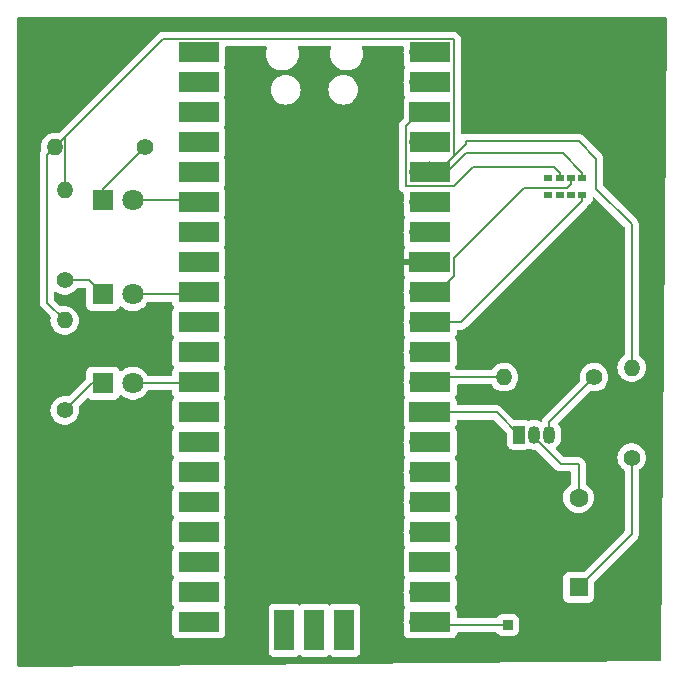
<source format=gbr>
%TF.GenerationSoftware,KiCad,Pcbnew,8.0.0*%
%TF.CreationDate,2024-04-01T00:39:20-03:00*%
%TF.ProjectId,ponderada_sem_6,706f6e64-6572-4616-9461-5f73656d5f36,rev?*%
%TF.SameCoordinates,Original*%
%TF.FileFunction,Copper,L1,Top*%
%TF.FilePolarity,Positive*%
%FSLAX46Y46*%
G04 Gerber Fmt 4.6, Leading zero omitted, Abs format (unit mm)*
G04 Created by KiCad (PCBNEW 8.0.0) date 2024-04-01 00:39:20*
%MOMM*%
%LPD*%
G01*
G04 APERTURE LIST*
%TA.AperFunction,ComponentPad*%
%ADD10R,1.050000X1.500000*%
%TD*%
%TA.AperFunction,ComponentPad*%
%ADD11O,1.050000X1.500000*%
%TD*%
%TA.AperFunction,SMDPad,CuDef*%
%ADD12R,0.720000X0.600000*%
%TD*%
%TA.AperFunction,ComponentPad*%
%ADD13R,1.600000X1.600000*%
%TD*%
%TA.AperFunction,ComponentPad*%
%ADD14C,1.600000*%
%TD*%
%TA.AperFunction,ComponentPad*%
%ADD15O,1.700000X1.700000*%
%TD*%
%TA.AperFunction,SMDPad,CuDef*%
%ADD16R,3.500000X1.700000*%
%TD*%
%TA.AperFunction,ComponentPad*%
%ADD17R,1.700000X1.700000*%
%TD*%
%TA.AperFunction,SMDPad,CuDef*%
%ADD18R,1.700000X3.500000*%
%TD*%
%TA.AperFunction,ComponentPad*%
%ADD19R,0.850000X0.850000*%
%TD*%
%TA.AperFunction,ComponentPad*%
%ADD20R,1.800000X1.800000*%
%TD*%
%TA.AperFunction,ComponentPad*%
%ADD21C,1.800000*%
%TD*%
%TA.AperFunction,ComponentPad*%
%ADD22C,1.400000*%
%TD*%
%TA.AperFunction,ComponentPad*%
%ADD23O,1.400000X1.400000*%
%TD*%
%TA.AperFunction,Conductor*%
%ADD24C,0.200000*%
%TD*%
G04 APERTURE END LIST*
D10*
%TO.P,T1,1,E*%
%TO.N,Net-(T1-E)*%
X90460000Y-78375000D03*
D11*
%TO.P,T1,2,C*%
%TO.N,Net-(BZ1--)*%
X91730000Y-78375000D03*
%TO.P,T1,3,B*%
%TO.N,Net-(T1-B)*%
X93000000Y-78375000D03*
%TD*%
D12*
%TO.P,RGB_Sensor1,1,SDA*%
%TO.N,Net-(RGB_Sensor1-SDA)*%
X95832500Y-58077500D03*
%TO.P,RGB_Sensor1,2,INT*%
%TO.N,unconnected-(RGB_Sensor1-INT-Pad2)*%
X94862500Y-58077500D03*
%TO.P,RGB_Sensor1,3,LDR*%
%TO.N,unconnected-(RGB_Sensor1-LDR-Pad3)*%
X93892500Y-58077500D03*
%TO.P,RGB_Sensor1,4,LED_K*%
%TO.N,unconnected-(RGB_Sensor1-LED_K-Pad4)*%
X92922500Y-58077500D03*
%TO.P,RGB_Sensor1,5,LED_A*%
%TO.N,unconnected-(RGB_Sensor1-LED_A-Pad5)*%
X92922500Y-56677500D03*
%TO.P,RGB_Sensor1,6,GND*%
%TO.N,Net-(RGB_Sensor1-GND)*%
X93892500Y-56677500D03*
%TO.P,RGB_Sensor1,7,SCL*%
%TO.N,Net-(RGB_Sensor1-SCL)*%
X94862500Y-56677500D03*
%TO.P,RGB_Sensor1,8,VDD*%
%TO.N,Net-(RGB_Sensor1-VDD)*%
X95832500Y-56677500D03*
%TD*%
D13*
%TO.P,BZ1,1,+*%
%TO.N,Net-(BZ1-+)*%
X95500000Y-91300000D03*
D14*
%TO.P,BZ1,2,-*%
%TO.N,Net-(BZ1--)*%
X95500000Y-83700000D03*
%TD*%
D15*
%TO.P,U1,1,GPIO0*%
%TO.N,unconnected-(U1-GPIO0-Pad1)*%
X64255000Y-46005000D03*
D16*
X63355000Y-46005000D03*
D15*
%TO.P,U1,2,GPIO1*%
%TO.N,unconnected-(U1-GPIO1-Pad2)*%
X64255000Y-48545000D03*
D16*
X63355000Y-48545000D03*
D17*
%TO.P,U1,3,GND*%
%TO.N,unconnected-(U1-GND-Pad3)*%
X64255000Y-51085000D03*
D16*
X63355000Y-51085000D03*
D15*
%TO.P,U1,4,GPIO2*%
%TO.N,unconnected-(U1-GPIO2-Pad4)*%
X64255000Y-53625000D03*
D16*
X63355000Y-53625000D03*
D15*
%TO.P,U1,5,GPIO3*%
%TO.N,unconnected-(U1-GPIO3-Pad5)*%
X64255000Y-56165000D03*
D16*
X63355000Y-56165000D03*
D15*
%TO.P,U1,6,GPIO4*%
%TO.N,Net-(D1-A)*%
X64255000Y-58705000D03*
D16*
X63355000Y-58705000D03*
D15*
%TO.P,U1,7,GPIO5*%
%TO.N,unconnected-(U1-GPIO5-Pad7)*%
X64255000Y-61245000D03*
D16*
X63355000Y-61245000D03*
D17*
%TO.P,U1,8,GND*%
%TO.N,unconnected-(U1-GND-Pad8)*%
X64255000Y-63785000D03*
D16*
X63355000Y-63785000D03*
D15*
%TO.P,U1,9,GPIO6*%
%TO.N,Net-(D2-A)*%
X64255000Y-66325000D03*
D16*
X63355000Y-66325000D03*
D15*
%TO.P,U1,10,GPIO7*%
%TO.N,unconnected-(U1-GPIO7-Pad10)*%
X64255000Y-68865000D03*
D16*
X63355000Y-68865000D03*
D15*
%TO.P,U1,11,GPIO8*%
%TO.N,unconnected-(U1-GPIO8-Pad11)*%
X64255000Y-71405000D03*
D16*
X63355000Y-71405000D03*
D15*
%TO.P,U1,12,GPIO9*%
%TO.N,Net-(D3-A)*%
X64255000Y-73945000D03*
D16*
X63355000Y-73945000D03*
D17*
%TO.P,U1,13,GND*%
%TO.N,unconnected-(U1-GND-Pad13)*%
X64255000Y-76485000D03*
D16*
X63355000Y-76485000D03*
D15*
%TO.P,U1,14,GPIO10*%
%TO.N,unconnected-(U1-GPIO10-Pad14)*%
X64255000Y-79025000D03*
D16*
X63355000Y-79025000D03*
D15*
%TO.P,U1,15,GPIO11*%
%TO.N,unconnected-(U1-GPIO11-Pad15)*%
X64255000Y-81565000D03*
D16*
X63355000Y-81565000D03*
D15*
%TO.P,U1,16,GPIO12*%
%TO.N,unconnected-(U1-GPIO12-Pad16)*%
X64255000Y-84105000D03*
D16*
X63355000Y-84105000D03*
D15*
%TO.P,U1,17,GPIO13*%
%TO.N,unconnected-(U1-GPIO13-Pad17)*%
X64255000Y-86645000D03*
D16*
X63355000Y-86645000D03*
D17*
%TO.P,U1,18,GND*%
%TO.N,unconnected-(U1-GND-Pad18)*%
X64255000Y-89185000D03*
D16*
X63355000Y-89185000D03*
D15*
%TO.P,U1,19,GPIO14*%
%TO.N,unconnected-(U1-GPIO14-Pad19)*%
X64255000Y-91725000D03*
D16*
X63355000Y-91725000D03*
D15*
%TO.P,U1,20,GPIO15*%
%TO.N,unconnected-(U1-GPIO15-Pad20)*%
X64255000Y-94265000D03*
D16*
X63355000Y-94265000D03*
D15*
%TO.P,U1,21,GPIO16*%
%TO.N,Net-(J1-Pin_1)*%
X82035000Y-94265000D03*
D16*
X82935000Y-94265000D03*
D15*
%TO.P,U1,22,GPIO17*%
%TO.N,unconnected-(U1-GPIO17-Pad22)*%
X82035000Y-91725000D03*
D16*
X82935000Y-91725000D03*
D17*
%TO.P,U1,23,GND*%
%TO.N,unconnected-(U1-GND-Pad23)*%
X82035000Y-89185000D03*
D16*
X82935000Y-89185000D03*
D15*
%TO.P,U1,24,GPIO18*%
%TO.N,unconnected-(U1-GPIO18-Pad24)*%
X82035000Y-86645000D03*
D16*
X82935000Y-86645000D03*
D15*
%TO.P,U1,25,GPIO19*%
%TO.N,unconnected-(U1-GPIO19-Pad25)*%
X82035000Y-84105000D03*
D16*
X82935000Y-84105000D03*
D15*
%TO.P,U1,26,GPIO20*%
%TO.N,unconnected-(U1-GPIO20-Pad26)*%
X82035000Y-81565000D03*
D16*
X82935000Y-81565000D03*
D15*
%TO.P,U1,27,GPIO21*%
%TO.N,unconnected-(U1-GPIO21-Pad27)*%
X82035000Y-79025000D03*
D16*
X82935000Y-79025000D03*
D17*
%TO.P,U1,28,GND*%
%TO.N,Net-(T1-E)*%
X82035000Y-76485000D03*
D16*
X82935000Y-76485000D03*
D15*
%TO.P,U1,29,GPIO22*%
%TO.N,Net-(U1-GPIO22)*%
X82035000Y-73945000D03*
D16*
X82935000Y-73945000D03*
D15*
%TO.P,U1,30,RUN*%
%TO.N,unconnected-(U1-RUN-Pad30)*%
X82035000Y-71405000D03*
D16*
X82935000Y-71405000D03*
D15*
%TO.P,U1,31,GPIO26_ADC0*%
%TO.N,Net-(RGB_Sensor1-SDA)*%
X82035000Y-68865000D03*
D16*
X82935000Y-68865000D03*
D15*
%TO.P,U1,32,GPIO27_ADC1*%
%TO.N,Net-(RGB_Sensor1-SCL)*%
X82035000Y-66325000D03*
D16*
X82935000Y-66325000D03*
D17*
%TO.P,U1,33,AGND*%
%TO.N,unconnected-(U1-AGND-Pad33)*%
X82035000Y-63785000D03*
D16*
X82935000Y-63785000D03*
D15*
%TO.P,U1,34,GPIO28_ADC2*%
%TO.N,unconnected-(U1-GPIO28_ADC2-Pad34)*%
X82035000Y-61245000D03*
D16*
X82935000Y-61245000D03*
D15*
%TO.P,U1,35,ADC_VREF*%
%TO.N,unconnected-(U1-ADC_VREF-Pad35)*%
X82035000Y-58705000D03*
D16*
X82935000Y-58705000D03*
D15*
%TO.P,U1,36,3V3*%
%TO.N,Net-(RGB_Sensor1-VDD)*%
X82035000Y-56165000D03*
D16*
X82935000Y-56165000D03*
D15*
%TO.P,U1,37,3V3_EN*%
%TO.N,unconnected-(U1-3V3_EN-Pad37)*%
X82035000Y-53625000D03*
D16*
X82935000Y-53625000D03*
D17*
%TO.P,U1,38,GND*%
%TO.N,Net-(RGB_Sensor1-GND)*%
X82035000Y-51085000D03*
D16*
X82935000Y-51085000D03*
D15*
%TO.P,U1,39,VSYS*%
%TO.N,unconnected-(U1-VSYS-Pad39)*%
X82035000Y-48545000D03*
D16*
X82935000Y-48545000D03*
D15*
%TO.P,U1,40,VBUS*%
%TO.N,unconnected-(U1-VBUS-Pad40)*%
X82035000Y-46005000D03*
D16*
X82935000Y-46005000D03*
D15*
%TO.P,U1,41,SWCLK*%
%TO.N,unconnected-(U1-SWCLK-Pad41)*%
X70605000Y-94035000D03*
D18*
X70605000Y-94935000D03*
D17*
%TO.P,U1,42,GND*%
%TO.N,unconnected-(U1-GND-Pad42)*%
X73145000Y-94035000D03*
D18*
X73145000Y-94935000D03*
D15*
%TO.P,U1,43,SWDIO*%
%TO.N,unconnected-(U1-SWDIO-Pad43)*%
X75685000Y-94035000D03*
D18*
X75685000Y-94935000D03*
%TD*%
D19*
%TO.P,J1,1,Pin_1*%
%TO.N,Net-(J1-Pin_1)*%
X89500000Y-94500000D03*
%TD*%
D20*
%TO.P,D3,1,K*%
%TO.N,Net-(D3-K)*%
X55225000Y-74000000D03*
D21*
%TO.P,D3,2,A*%
%TO.N,Net-(D3-A)*%
X57765000Y-74000000D03*
%TD*%
D20*
%TO.P,D2,1,K*%
%TO.N,Net-(D2-K)*%
X55225000Y-66500000D03*
D21*
%TO.P,D2,2,A*%
%TO.N,Net-(D2-A)*%
X57765000Y-66500000D03*
%TD*%
D20*
%TO.P,D1,1,K*%
%TO.N,Net-(D1-K)*%
X55225000Y-58500000D03*
D21*
%TO.P,D1,2,A*%
%TO.N,Net-(D1-A)*%
X57765000Y-58500000D03*
%TD*%
D22*
%TO.P,R4,1*%
%TO.N,Net-(T1-B)*%
X96810000Y-73500000D03*
D23*
%TO.P,R4,2*%
%TO.N,Net-(U1-GPIO22)*%
X89190000Y-73500000D03*
%TD*%
D22*
%TO.P,R5,1*%
%TO.N,Net-(BZ1-+)*%
X100000000Y-80310000D03*
D23*
%TO.P,R5,2*%
%TO.N,Net-(RGB_Sensor1-VDD)*%
X100000000Y-72690000D03*
%TD*%
D22*
%TO.P,R1,1*%
%TO.N,Net-(D3-K)*%
X52000000Y-76310000D03*
D23*
%TO.P,R1,2*%
%TO.N,Net-(RGB_Sensor1-VDD)*%
X52000000Y-68690000D03*
%TD*%
D22*
%TO.P,R2,1*%
%TO.N,Net-(D2-K)*%
X52000000Y-65310000D03*
D23*
%TO.P,R2,2*%
%TO.N,Net-(RGB_Sensor1-VDD)*%
X52000000Y-57690000D03*
%TD*%
D22*
%TO.P,R3,1*%
%TO.N,Net-(D1-K)*%
X58810000Y-54000000D03*
D23*
%TO.P,R3,2*%
%TO.N,Net-(RGB_Sensor1-VDD)*%
X51190000Y-54000000D03*
%TD*%
D24*
%TO.N,Net-(RGB_Sensor1-VDD)*%
X95500000Y-53500000D02*
X86000000Y-53500000D01*
X86000000Y-53760000D02*
X83595000Y-56165000D01*
X83595000Y-56165000D02*
X82035000Y-56165000D01*
X97000000Y-55000000D02*
X95500000Y-53500000D01*
X86000000Y-53500000D02*
X86000000Y-53760000D01*
X84335000Y-56165000D02*
X82035000Y-56165000D01*
X86000000Y-54500000D02*
X84335000Y-56165000D01*
X95832500Y-56677500D02*
X95832500Y-56177500D01*
X95832500Y-56177500D02*
X94155000Y-54500000D01*
X94155000Y-54500000D02*
X86000000Y-54500000D01*
X50490000Y-54700000D02*
X52000000Y-53190000D01*
X50490000Y-56000000D02*
X50490000Y-54700000D01*
X50490000Y-56000000D02*
X50490000Y-56180000D01*
X52000000Y-57690000D02*
X52000000Y-53190000D01*
X52345000Y-52845000D02*
X60335000Y-44855000D01*
X51190000Y-54000000D02*
X52345000Y-52845000D01*
X52000000Y-53190000D02*
X52345000Y-52845000D01*
X51190000Y-54000000D02*
X50490000Y-54700000D01*
%TO.N,Net-(T1-B)*%
X93000000Y-77310000D02*
X96810000Y-73500000D01*
X93000000Y-78375000D02*
X93000000Y-77310000D01*
%TO.N,Net-(BZ1--)*%
X91730000Y-78600000D02*
X94005000Y-80875000D01*
X91730000Y-78375000D02*
X91730000Y-78600000D01*
X94005000Y-80875000D02*
X95500000Y-80875000D01*
%TO.N,Net-(RGB_Sensor1-SDA)*%
X85545000Y-68865000D02*
X82035000Y-68865000D01*
X95832500Y-58577500D02*
X85545000Y-68865000D01*
X95832500Y-58077500D02*
X95832500Y-58577500D01*
%TO.N,Net-(RGB_Sensor1-SCL)*%
X90882500Y-57477500D02*
X84985000Y-63375000D01*
X83595000Y-66325000D02*
X82035000Y-66325000D01*
X94522500Y-57477500D02*
X90882500Y-57477500D01*
X94862500Y-57137500D02*
X94522500Y-57477500D01*
X84985000Y-64935000D02*
X83595000Y-66325000D01*
X94862500Y-56677500D02*
X94862500Y-57137500D01*
X84985000Y-63375000D02*
X84985000Y-64935000D01*
%TO.N,Net-(RGB_Sensor1-GND)*%
X80885000Y-52235000D02*
X82035000Y-51085000D01*
X80885000Y-57315000D02*
X80885000Y-52235000D01*
X93430000Y-55715000D02*
X86585000Y-55715000D01*
X93892500Y-56177500D02*
X93430000Y-55715000D01*
X86585000Y-55715000D02*
X84985000Y-57315000D01*
X84985000Y-57315000D02*
X80885000Y-57315000D01*
X93892500Y-56677500D02*
X93892500Y-56177500D01*
%TO.N,Net-(RGB_Sensor1-VDD)*%
X82885000Y-55315000D02*
X82035000Y-56165000D01*
X97000000Y-57555000D02*
X97000000Y-55000000D01*
X100000000Y-72690000D02*
X100000000Y-60555000D01*
X100000000Y-60555000D02*
X97000000Y-57555000D01*
%TO.N,unconnected-(U1-GND-Pad23)*%
X83595000Y-89185000D02*
X82035000Y-89185000D01*
%TO.N,Net-(J1-Pin_1)*%
X82270000Y-94500000D02*
X82035000Y-94265000D01*
X89500000Y-94500000D02*
X82270000Y-94500000D01*
%TO.N,Net-(RGB_Sensor1-VDD)*%
X84855000Y-44855000D02*
X84985000Y-44985000D01*
X60335000Y-44855000D02*
X84855000Y-44855000D01*
X84985000Y-44985000D02*
X84985000Y-54775000D01*
X84985000Y-54775000D02*
X83595000Y-56165000D01*
%TO.N,Net-(D1-K)*%
X55225000Y-58500000D02*
X55225000Y-57585000D01*
X55225000Y-57585000D02*
X58810000Y-54000000D01*
%TO.N,Net-(D1-A)*%
X64050000Y-58500000D02*
X64255000Y-58705000D01*
X57765000Y-58500000D02*
X64050000Y-58500000D01*
%TO.N,Net-(D2-K)*%
X54035000Y-65310000D02*
X55225000Y-66500000D01*
X52000000Y-65310000D02*
X54035000Y-65310000D01*
%TO.N,Net-(RGB_Sensor1-VDD)*%
X50490000Y-67180000D02*
X50490000Y-54700000D01*
X52000000Y-68690000D02*
X50490000Y-67180000D01*
%TO.N,Net-(D3-K)*%
X54310000Y-74000000D02*
X52000000Y-76310000D01*
X55225000Y-74000000D02*
X54310000Y-74000000D01*
%TO.N,Net-(D3-A)*%
X57765000Y-74000000D02*
X64200000Y-74000000D01*
X64200000Y-74000000D02*
X64255000Y-73945000D01*
%TO.N,Net-(D2-A)*%
X64080000Y-66500000D02*
X64255000Y-66325000D01*
X57765000Y-66500000D02*
X64080000Y-66500000D01*
%TO.N,Net-(T1-E)*%
X88570000Y-76485000D02*
X82035000Y-76485000D01*
X90460000Y-78375000D02*
X88570000Y-76485000D01*
%TO.N,Net-(BZ1--)*%
X95500000Y-83700000D02*
X95500000Y-80875000D01*
%TO.N,Net-(BZ1-+)*%
X100000000Y-80310000D02*
X100000000Y-86800000D01*
X100000000Y-86800000D02*
X95500000Y-91300000D01*
%TO.N,Net-(U1-GPIO22)*%
X82480000Y-73500000D02*
X82035000Y-73945000D01*
X89190000Y-73500000D02*
X82480000Y-73500000D01*
%TD*%
%TA.AperFunction,Conductor*%
%TO.N,unconnected-(U1-AGND-Pad33)*%
G36*
X83128039Y-63554685D02*
G01*
X83173794Y-63607489D01*
X83185000Y-63659000D01*
X83185000Y-63911000D01*
X83165315Y-63978039D01*
X83112511Y-64023794D01*
X83061000Y-64035000D01*
X82479560Y-64035000D01*
X82510245Y-63981853D01*
X82545000Y-63852143D01*
X82545000Y-63717857D01*
X82510245Y-63588147D01*
X82479560Y-63535000D01*
X83061000Y-63535000D01*
X83128039Y-63554685D01*
G37*
%TD.AperFunction*%
%TA.AperFunction,Conductor*%
G36*
X102941896Y-43019685D02*
G01*
X102987651Y-43072489D01*
X102998852Y-43125138D01*
X102501116Y-97378259D01*
X102480817Y-97445115D01*
X102427596Y-97490383D01*
X102378259Y-97501116D01*
X48125138Y-97998851D01*
X48057920Y-97979782D01*
X48011683Y-97927400D01*
X48000000Y-97874856D01*
X48000000Y-67259054D01*
X49889498Y-67259054D01*
X49930424Y-67411789D01*
X49930425Y-67411790D01*
X49951257Y-67447871D01*
X49951258Y-67447873D01*
X50009475Y-67548709D01*
X50009481Y-67548717D01*
X50128349Y-67667585D01*
X50128355Y-67667590D01*
X50788685Y-68327920D01*
X50822170Y-68389243D01*
X50820271Y-68449532D01*
X50814885Y-68468462D01*
X50794357Y-68689999D01*
X50794357Y-68690000D01*
X50814884Y-68911535D01*
X50814885Y-68911537D01*
X50875769Y-69125523D01*
X50875775Y-69125538D01*
X50974938Y-69324683D01*
X50974943Y-69324691D01*
X51109020Y-69502238D01*
X51273437Y-69652123D01*
X51273439Y-69652125D01*
X51462595Y-69769245D01*
X51462596Y-69769245D01*
X51462599Y-69769247D01*
X51670060Y-69849618D01*
X51888757Y-69890500D01*
X51888759Y-69890500D01*
X52111241Y-69890500D01*
X52111243Y-69890500D01*
X52329940Y-69849618D01*
X52537401Y-69769247D01*
X52726562Y-69652124D01*
X52890981Y-69502236D01*
X53025058Y-69324689D01*
X53124229Y-69125528D01*
X53185115Y-68911536D01*
X53205643Y-68690000D01*
X53185115Y-68468464D01*
X53124229Y-68254472D01*
X53072314Y-68150213D01*
X53025061Y-68055316D01*
X53025056Y-68055308D01*
X52890979Y-67877761D01*
X52726562Y-67727876D01*
X52726560Y-67727874D01*
X52537404Y-67610754D01*
X52537398Y-67610752D01*
X52519577Y-67603848D01*
X52329940Y-67530382D01*
X52111243Y-67489500D01*
X51888757Y-67489500D01*
X51832629Y-67499992D01*
X51750783Y-67515291D01*
X51681268Y-67508259D01*
X51640318Y-67481083D01*
X51126819Y-66967584D01*
X51093334Y-66906261D01*
X51090500Y-66879903D01*
X51090500Y-66381476D01*
X51110185Y-66314437D01*
X51162989Y-66268682D01*
X51232147Y-66258738D01*
X51279777Y-66276049D01*
X51462595Y-66389245D01*
X51462596Y-66389245D01*
X51462599Y-66389247D01*
X51670060Y-66469618D01*
X51888757Y-66510500D01*
X51888759Y-66510500D01*
X52111241Y-66510500D01*
X52111243Y-66510500D01*
X52329940Y-66469618D01*
X52537401Y-66389247D01*
X52726562Y-66272124D01*
X52890981Y-66122236D01*
X53013667Y-65959772D01*
X53069776Y-65918137D01*
X53112621Y-65910500D01*
X53700500Y-65910500D01*
X53767539Y-65930185D01*
X53813294Y-65982989D01*
X53824500Y-66034500D01*
X53824500Y-67447870D01*
X53824501Y-67447871D01*
X53830908Y-67507483D01*
X53881202Y-67642328D01*
X53881206Y-67642335D01*
X53967452Y-67757544D01*
X53967455Y-67757547D01*
X54082664Y-67843793D01*
X54082671Y-67843797D01*
X54217517Y-67894091D01*
X54217516Y-67894091D01*
X54224444Y-67894835D01*
X54277127Y-67900500D01*
X56172872Y-67900499D01*
X56232483Y-67894091D01*
X56367331Y-67843796D01*
X56482546Y-67757546D01*
X56568796Y-67642331D01*
X56568798Y-67642326D01*
X56597455Y-67565493D01*
X56639326Y-67509559D01*
X56704790Y-67485141D01*
X56773063Y-67499992D01*
X56804866Y-67524843D01*
X56811958Y-67532546D01*
X56813215Y-67533912D01*
X56813222Y-67533918D01*
X56996365Y-67676464D01*
X56996371Y-67676468D01*
X56996374Y-67676470D01*
X57200497Y-67786936D01*
X57314487Y-67826068D01*
X57420015Y-67862297D01*
X57420017Y-67862297D01*
X57420019Y-67862298D01*
X57648951Y-67900500D01*
X57648952Y-67900500D01*
X57881048Y-67900500D01*
X57881049Y-67900500D01*
X58109981Y-67862298D01*
X58329503Y-67786936D01*
X58533626Y-67676470D01*
X58545042Y-67667585D01*
X58618058Y-67610754D01*
X58716784Y-67533913D01*
X58873979Y-67363153D01*
X59000924Y-67168849D01*
X59000926Y-67168843D01*
X59002747Y-67165481D01*
X59051967Y-67115891D01*
X59111801Y-67100500D01*
X60980501Y-67100500D01*
X61047540Y-67120185D01*
X61093295Y-67172989D01*
X61103437Y-67219611D01*
X61104099Y-67219576D01*
X61104146Y-67219571D01*
X61104146Y-67219573D01*
X61104324Y-67219564D01*
X61104501Y-67222876D01*
X61110908Y-67282483D01*
X61161202Y-67417328D01*
X61161203Y-67417330D01*
X61238578Y-67520689D01*
X61262995Y-67586153D01*
X61248144Y-67654426D01*
X61238578Y-67669311D01*
X61161203Y-67772669D01*
X61161202Y-67772671D01*
X61110908Y-67907517D01*
X61104501Y-67967116D01*
X61104501Y-67967123D01*
X61104500Y-67967135D01*
X61104500Y-69762870D01*
X61104501Y-69762876D01*
X61110908Y-69822483D01*
X61161202Y-69957328D01*
X61161203Y-69957330D01*
X61238578Y-70060689D01*
X61262995Y-70126153D01*
X61248144Y-70194426D01*
X61238578Y-70209311D01*
X61161203Y-70312669D01*
X61161202Y-70312671D01*
X61110908Y-70447517D01*
X61104501Y-70507116D01*
X61104501Y-70507123D01*
X61104500Y-70507135D01*
X61104500Y-72302870D01*
X61104501Y-72302876D01*
X61110908Y-72362483D01*
X61161202Y-72497328D01*
X61161203Y-72497330D01*
X61238578Y-72600689D01*
X61262995Y-72666153D01*
X61248144Y-72734426D01*
X61238578Y-72749311D01*
X61161203Y-72852669D01*
X61161202Y-72852671D01*
X61110908Y-72987517D01*
X61108368Y-73011148D01*
X61104501Y-73047123D01*
X61104500Y-73047135D01*
X61104500Y-73275500D01*
X61084815Y-73342539D01*
X61032011Y-73388294D01*
X60980500Y-73399500D01*
X59111801Y-73399500D01*
X59044762Y-73379815D01*
X59002747Y-73334519D01*
X59000924Y-73331151D01*
X58873983Y-73136852D01*
X58873980Y-73136849D01*
X58873979Y-73136847D01*
X58716784Y-72966087D01*
X58716779Y-72966083D01*
X58716777Y-72966081D01*
X58533634Y-72823535D01*
X58533628Y-72823531D01*
X58329504Y-72713064D01*
X58329495Y-72713061D01*
X58109984Y-72637702D01*
X57919450Y-72605908D01*
X57881049Y-72599500D01*
X57648951Y-72599500D01*
X57610550Y-72605908D01*
X57420015Y-72637702D01*
X57200504Y-72713061D01*
X57200495Y-72713064D01*
X56996371Y-72823531D01*
X56996365Y-72823535D01*
X56813222Y-72966081D01*
X56813218Y-72966085D01*
X56804866Y-72975158D01*
X56744979Y-73011148D01*
X56675141Y-73009047D01*
X56617525Y-72969522D01*
X56597455Y-72934507D01*
X56568797Y-72857671D01*
X56568793Y-72857664D01*
X56482547Y-72742455D01*
X56482544Y-72742452D01*
X56367335Y-72656206D01*
X56367328Y-72656202D01*
X56232482Y-72605908D01*
X56232483Y-72605908D01*
X56172883Y-72599501D01*
X56172881Y-72599500D01*
X56172873Y-72599500D01*
X56172864Y-72599500D01*
X54277129Y-72599500D01*
X54277123Y-72599501D01*
X54217516Y-72605908D01*
X54082671Y-72656202D01*
X54082664Y-72656206D01*
X53967455Y-72742452D01*
X53967452Y-72742455D01*
X53881206Y-72857664D01*
X53881202Y-72857671D01*
X53830908Y-72992517D01*
X53824501Y-73052116D01*
X53824500Y-73052135D01*
X53824500Y-73584902D01*
X53804815Y-73651941D01*
X53788181Y-73672583D01*
X52359680Y-75101083D01*
X52298357Y-75134568D01*
X52249215Y-75135291D01*
X52216442Y-75129164D01*
X52111243Y-75109500D01*
X51888757Y-75109500D01*
X51670060Y-75150382D01*
X51538864Y-75201207D01*
X51462601Y-75230752D01*
X51462595Y-75230754D01*
X51273439Y-75347874D01*
X51273437Y-75347876D01*
X51109020Y-75497761D01*
X50974943Y-75675308D01*
X50974938Y-75675316D01*
X50875775Y-75874461D01*
X50875769Y-75874476D01*
X50814885Y-76088462D01*
X50814884Y-76088464D01*
X50794357Y-76309999D01*
X50794357Y-76310000D01*
X50814884Y-76531535D01*
X50814885Y-76531537D01*
X50875769Y-76745523D01*
X50875775Y-76745538D01*
X50974938Y-76944683D01*
X50974943Y-76944691D01*
X51109020Y-77122238D01*
X51273437Y-77272123D01*
X51273439Y-77272125D01*
X51462595Y-77389245D01*
X51462596Y-77389245D01*
X51462599Y-77389247D01*
X51670060Y-77469618D01*
X51888757Y-77510500D01*
X51888759Y-77510500D01*
X52111241Y-77510500D01*
X52111243Y-77510500D01*
X52329940Y-77469618D01*
X52537401Y-77389247D01*
X52726562Y-77272124D01*
X52881468Y-77130908D01*
X52890979Y-77122238D01*
X52891296Y-77121819D01*
X53025058Y-76944689D01*
X53026754Y-76941284D01*
X53124224Y-76745538D01*
X53124223Y-76745538D01*
X53124229Y-76745528D01*
X53185115Y-76531536D01*
X53205643Y-76310000D01*
X53185115Y-76088464D01*
X53179729Y-76069534D01*
X53180315Y-75999669D01*
X53211312Y-75947921D01*
X53853868Y-75305365D01*
X53915189Y-75271882D01*
X53984881Y-75276866D01*
X54015858Y-75293781D01*
X54082669Y-75343796D01*
X54082671Y-75343797D01*
X54217517Y-75394091D01*
X54217516Y-75394091D01*
X54224444Y-75394835D01*
X54277127Y-75400500D01*
X56172872Y-75400499D01*
X56232483Y-75394091D01*
X56367331Y-75343796D01*
X56482546Y-75257546D01*
X56568796Y-75142331D01*
X56568798Y-75142326D01*
X56597455Y-75065493D01*
X56639326Y-75009559D01*
X56704790Y-74985141D01*
X56773063Y-74999992D01*
X56804866Y-75024843D01*
X56812302Y-75032920D01*
X56813215Y-75033912D01*
X56813222Y-75033918D01*
X56996365Y-75176464D01*
X56996371Y-75176468D01*
X56996374Y-75176470D01*
X57200497Y-75286936D01*
X57254185Y-75305367D01*
X57420015Y-75362297D01*
X57420017Y-75362297D01*
X57420019Y-75362298D01*
X57648951Y-75400500D01*
X57648952Y-75400500D01*
X57881048Y-75400500D01*
X57881049Y-75400500D01*
X58109981Y-75362298D01*
X58329503Y-75286936D01*
X58533626Y-75176470D01*
X58571103Y-75147301D01*
X58619669Y-75109500D01*
X58716784Y-75033913D01*
X58873979Y-74863153D01*
X59000924Y-74668849D01*
X59000926Y-74668843D01*
X59002747Y-74665481D01*
X59051967Y-74615891D01*
X59111801Y-74600500D01*
X60980501Y-74600500D01*
X61047540Y-74620185D01*
X61093295Y-74672989D01*
X61104501Y-74724500D01*
X61104501Y-74842876D01*
X61110908Y-74902483D01*
X61161202Y-75037328D01*
X61161203Y-75037330D01*
X61238578Y-75140689D01*
X61262995Y-75206153D01*
X61248144Y-75274426D01*
X61238578Y-75289311D01*
X61161203Y-75392669D01*
X61161202Y-75392671D01*
X61110908Y-75527517D01*
X61104501Y-75587116D01*
X61104501Y-75587123D01*
X61104500Y-75587135D01*
X61104500Y-77382870D01*
X61104501Y-77382876D01*
X61110908Y-77442483D01*
X61161202Y-77577328D01*
X61161203Y-77577330D01*
X61238578Y-77680689D01*
X61262995Y-77746153D01*
X61248144Y-77814426D01*
X61238578Y-77829311D01*
X61161203Y-77932669D01*
X61161202Y-77932671D01*
X61110908Y-78067517D01*
X61104501Y-78127116D01*
X61104501Y-78127123D01*
X61104500Y-78127135D01*
X61104500Y-79922870D01*
X61104501Y-79922876D01*
X61110908Y-79982483D01*
X61161202Y-80117328D01*
X61161203Y-80117330D01*
X61238578Y-80220689D01*
X61262995Y-80286153D01*
X61248144Y-80354426D01*
X61238578Y-80369311D01*
X61161203Y-80472669D01*
X61161202Y-80472671D01*
X61110908Y-80607517D01*
X61104501Y-80667116D01*
X61104501Y-80667123D01*
X61104500Y-80667135D01*
X61104500Y-82462870D01*
X61104501Y-82462876D01*
X61110908Y-82522483D01*
X61161202Y-82657328D01*
X61161203Y-82657330D01*
X61238578Y-82760689D01*
X61262995Y-82826153D01*
X61248144Y-82894426D01*
X61238578Y-82909311D01*
X61161203Y-83012669D01*
X61161202Y-83012671D01*
X61110908Y-83147517D01*
X61104501Y-83207116D01*
X61104501Y-83207123D01*
X61104500Y-83207135D01*
X61104500Y-85002870D01*
X61104501Y-85002876D01*
X61110908Y-85062483D01*
X61161202Y-85197328D01*
X61161203Y-85197330D01*
X61238578Y-85300689D01*
X61262995Y-85366153D01*
X61248144Y-85434426D01*
X61238578Y-85449311D01*
X61161203Y-85552669D01*
X61161202Y-85552671D01*
X61110908Y-85687517D01*
X61104501Y-85747116D01*
X61104501Y-85747123D01*
X61104500Y-85747135D01*
X61104500Y-87542870D01*
X61104501Y-87542876D01*
X61110908Y-87602483D01*
X61161202Y-87737328D01*
X61161203Y-87737330D01*
X61238578Y-87840689D01*
X61262995Y-87906153D01*
X61248144Y-87974426D01*
X61238578Y-87989311D01*
X61161203Y-88092669D01*
X61161202Y-88092671D01*
X61110908Y-88227517D01*
X61104501Y-88287116D01*
X61104501Y-88287123D01*
X61104500Y-88287135D01*
X61104500Y-90082870D01*
X61104501Y-90082876D01*
X61110908Y-90142483D01*
X61161202Y-90277328D01*
X61161203Y-90277330D01*
X61238578Y-90380689D01*
X61262995Y-90446153D01*
X61248144Y-90514426D01*
X61238578Y-90529311D01*
X61161203Y-90632669D01*
X61161202Y-90632671D01*
X61110908Y-90767517D01*
X61104501Y-90827116D01*
X61104501Y-90827123D01*
X61104500Y-90827135D01*
X61104500Y-92622870D01*
X61104501Y-92622876D01*
X61110908Y-92682483D01*
X61161202Y-92817328D01*
X61161203Y-92817330D01*
X61238578Y-92920689D01*
X61262995Y-92986153D01*
X61248144Y-93054426D01*
X61238578Y-93069311D01*
X61161203Y-93172669D01*
X61161202Y-93172671D01*
X61110908Y-93307517D01*
X61104501Y-93367116D01*
X61104501Y-93367123D01*
X61104500Y-93367135D01*
X61104500Y-95162870D01*
X61104501Y-95162876D01*
X61110908Y-95222483D01*
X61161202Y-95357328D01*
X61161206Y-95357335D01*
X61247452Y-95472544D01*
X61247455Y-95472547D01*
X61362664Y-95558793D01*
X61362671Y-95558797D01*
X61497517Y-95609091D01*
X61497516Y-95609091D01*
X61504444Y-95609835D01*
X61557127Y-95615500D01*
X64190611Y-95615499D01*
X64201419Y-95615971D01*
X64254999Y-95620659D01*
X64255000Y-95620659D01*
X64255001Y-95620659D01*
X64308580Y-95615971D01*
X64319388Y-95615499D01*
X65152871Y-95615499D01*
X65152872Y-95615499D01*
X65212483Y-95609091D01*
X65347331Y-95558796D01*
X65462546Y-95472546D01*
X65548796Y-95357331D01*
X65599091Y-95222483D01*
X65605500Y-95162873D01*
X65605499Y-94329383D01*
X65605971Y-94318576D01*
X65610659Y-94265000D01*
X65610659Y-94264999D01*
X65605971Y-94211421D01*
X65605499Y-94200613D01*
X65605499Y-94035001D01*
X69249341Y-94035001D01*
X69254028Y-94088574D01*
X69254500Y-94099381D01*
X69254500Y-96732870D01*
X69254501Y-96732876D01*
X69260908Y-96792483D01*
X69311202Y-96927328D01*
X69311206Y-96927335D01*
X69397452Y-97042544D01*
X69397455Y-97042547D01*
X69512664Y-97128793D01*
X69512671Y-97128797D01*
X69647517Y-97179091D01*
X69647516Y-97179091D01*
X69654444Y-97179835D01*
X69707127Y-97185500D01*
X71502872Y-97185499D01*
X71562483Y-97179091D01*
X71697331Y-97128796D01*
X71800690Y-97051421D01*
X71866152Y-97027004D01*
X71934425Y-97041855D01*
X71949303Y-97051416D01*
X72052665Y-97128793D01*
X72052668Y-97128795D01*
X72052671Y-97128797D01*
X72187517Y-97179091D01*
X72187516Y-97179091D01*
X72194444Y-97179835D01*
X72247127Y-97185500D01*
X74042872Y-97185499D01*
X74102483Y-97179091D01*
X74237331Y-97128796D01*
X74340690Y-97051421D01*
X74406152Y-97027004D01*
X74474425Y-97041855D01*
X74489303Y-97051416D01*
X74592665Y-97128793D01*
X74592668Y-97128795D01*
X74592671Y-97128797D01*
X74727517Y-97179091D01*
X74727516Y-97179091D01*
X74734444Y-97179835D01*
X74787127Y-97185500D01*
X76582872Y-97185499D01*
X76642483Y-97179091D01*
X76777331Y-97128796D01*
X76892546Y-97042546D01*
X76978796Y-96927331D01*
X77029091Y-96792483D01*
X77035500Y-96732873D01*
X77035499Y-94099381D01*
X77035971Y-94088578D01*
X77040659Y-94035000D01*
X77040659Y-94034999D01*
X77035971Y-93981418D01*
X77035499Y-93970610D01*
X77035499Y-93137129D01*
X77035498Y-93137123D01*
X77035497Y-93137116D01*
X77029091Y-93077517D01*
X77026030Y-93069311D01*
X76978797Y-92942671D01*
X76978793Y-92942664D01*
X76892547Y-92827455D01*
X76892544Y-92827452D01*
X76777335Y-92741206D01*
X76777328Y-92741202D01*
X76642482Y-92690908D01*
X76642483Y-92690908D01*
X76582883Y-92684501D01*
X76582881Y-92684500D01*
X76582873Y-92684500D01*
X76582865Y-92684500D01*
X75749383Y-92684500D01*
X75738576Y-92684028D01*
X75685002Y-92679341D01*
X75684999Y-92679341D01*
X75649865Y-92682414D01*
X75631421Y-92684028D01*
X75620616Y-92684500D01*
X74787129Y-92684500D01*
X74787123Y-92684501D01*
X74727516Y-92690908D01*
X74592671Y-92741202D01*
X74592669Y-92741203D01*
X74489311Y-92818578D01*
X74423847Y-92842995D01*
X74355574Y-92828144D01*
X74340689Y-92818578D01*
X74237330Y-92741203D01*
X74237328Y-92741202D01*
X74102482Y-92690908D01*
X74102483Y-92690908D01*
X74042883Y-92684501D01*
X74042881Y-92684500D01*
X74042873Y-92684500D01*
X74042864Y-92684500D01*
X72247129Y-92684500D01*
X72247123Y-92684501D01*
X72187516Y-92690908D01*
X72052671Y-92741202D01*
X72052669Y-92741203D01*
X71949311Y-92818578D01*
X71883847Y-92842995D01*
X71815574Y-92828144D01*
X71800689Y-92818578D01*
X71697330Y-92741203D01*
X71697328Y-92741202D01*
X71562482Y-92690908D01*
X71562483Y-92690908D01*
X71502883Y-92684501D01*
X71502881Y-92684500D01*
X71502873Y-92684500D01*
X71502865Y-92684500D01*
X70669383Y-92684500D01*
X70658576Y-92684028D01*
X70605002Y-92679341D01*
X70604999Y-92679341D01*
X70569865Y-92682414D01*
X70551421Y-92684028D01*
X70540616Y-92684500D01*
X69707129Y-92684500D01*
X69707123Y-92684501D01*
X69647516Y-92690908D01*
X69512671Y-92741202D01*
X69512664Y-92741206D01*
X69397455Y-92827452D01*
X69397452Y-92827455D01*
X69311206Y-92942664D01*
X69311202Y-92942671D01*
X69260908Y-93077517D01*
X69254501Y-93137116D01*
X69254501Y-93137123D01*
X69254500Y-93137135D01*
X69254500Y-93970618D01*
X69254028Y-93981425D01*
X69249341Y-94034997D01*
X69249341Y-94035001D01*
X65605499Y-94035001D01*
X65605499Y-93367129D01*
X65605498Y-93367123D01*
X65605497Y-93367116D01*
X65599091Y-93307517D01*
X65548796Y-93172669D01*
X65471421Y-93069309D01*
X65447004Y-93003848D01*
X65461855Y-92935575D01*
X65471416Y-92920696D01*
X65548796Y-92817331D01*
X65599091Y-92682483D01*
X65605500Y-92622873D01*
X65605499Y-91789383D01*
X65605971Y-91778576D01*
X65610659Y-91725000D01*
X65610659Y-91724999D01*
X65605971Y-91671421D01*
X65605499Y-91660613D01*
X65605499Y-90827129D01*
X65605498Y-90827123D01*
X65605497Y-90827116D01*
X65599091Y-90767517D01*
X65548796Y-90632669D01*
X65471421Y-90529309D01*
X65447004Y-90463848D01*
X65461855Y-90395575D01*
X65471416Y-90380696D01*
X65548796Y-90277331D01*
X65599091Y-90142483D01*
X65605500Y-90082873D01*
X65605499Y-88287128D01*
X65599091Y-88227517D01*
X65548796Y-88092669D01*
X65471421Y-87989309D01*
X65447004Y-87923848D01*
X65461855Y-87855575D01*
X65471416Y-87840696D01*
X65548796Y-87737331D01*
X65599091Y-87602483D01*
X65605500Y-87542873D01*
X65605499Y-86709383D01*
X65605971Y-86698576D01*
X65610659Y-86645000D01*
X65610659Y-86644999D01*
X65605971Y-86591421D01*
X65605499Y-86580613D01*
X65605499Y-85747129D01*
X65605498Y-85747123D01*
X65605497Y-85747116D01*
X65599091Y-85687517D01*
X65548796Y-85552669D01*
X65471421Y-85449309D01*
X65447004Y-85383848D01*
X65461855Y-85315575D01*
X65471416Y-85300696D01*
X65548796Y-85197331D01*
X65599091Y-85062483D01*
X65605500Y-85002873D01*
X65605499Y-84169383D01*
X65605971Y-84158576D01*
X65610659Y-84105000D01*
X65610659Y-84104999D01*
X65605971Y-84051421D01*
X65605499Y-84040613D01*
X65605499Y-83207129D01*
X65605498Y-83207123D01*
X65605497Y-83207116D01*
X65599091Y-83147517D01*
X65561699Y-83047265D01*
X65548797Y-83012671D01*
X65548795Y-83012668D01*
X65471421Y-82909309D01*
X65447004Y-82843848D01*
X65461855Y-82775575D01*
X65471416Y-82760696D01*
X65548796Y-82657331D01*
X65599091Y-82522483D01*
X65605500Y-82462873D01*
X65605499Y-81629383D01*
X65605971Y-81618576D01*
X65610659Y-81565000D01*
X65610659Y-81564999D01*
X65605971Y-81511421D01*
X65605499Y-81500613D01*
X65605499Y-80667129D01*
X65605498Y-80667123D01*
X65605497Y-80667116D01*
X65599091Y-80607517D01*
X65570752Y-80531537D01*
X65548797Y-80472671D01*
X65548795Y-80472668D01*
X65490264Y-80394481D01*
X65471421Y-80369309D01*
X65447004Y-80303848D01*
X65461855Y-80235575D01*
X65471416Y-80220696D01*
X65548796Y-80117331D01*
X65599091Y-79982483D01*
X65605500Y-79922873D01*
X65605499Y-79089383D01*
X65605971Y-79078576D01*
X65610659Y-79025000D01*
X65610659Y-79024999D01*
X65605971Y-78971421D01*
X65605499Y-78960613D01*
X65605499Y-78127129D01*
X65605498Y-78127123D01*
X65605497Y-78127116D01*
X65599091Y-78067517D01*
X65592183Y-78048997D01*
X65548797Y-77932671D01*
X65548795Y-77932668D01*
X65471421Y-77829309D01*
X65447004Y-77763848D01*
X65461855Y-77695575D01*
X65471416Y-77680696D01*
X65548796Y-77577331D01*
X65599091Y-77442483D01*
X65605500Y-77382873D01*
X65605499Y-75587128D01*
X65599091Y-75527517D01*
X65551716Y-75400499D01*
X65548797Y-75392671D01*
X65548795Y-75392668D01*
X65526060Y-75362298D01*
X65471421Y-75289309D01*
X65447004Y-75223848D01*
X65461855Y-75155575D01*
X65471416Y-75140696D01*
X65548796Y-75037331D01*
X65599091Y-74902483D01*
X65605500Y-74842873D01*
X65605499Y-74009383D01*
X65605971Y-73998576D01*
X65610659Y-73945000D01*
X65610659Y-73944999D01*
X65605971Y-73891421D01*
X65605499Y-73880613D01*
X65605499Y-73047129D01*
X65605498Y-73047123D01*
X65605497Y-73047116D01*
X65600299Y-72998757D01*
X65599091Y-72987516D01*
X65548797Y-72852671D01*
X65548795Y-72852668D01*
X65526983Y-72823531D01*
X65471421Y-72749309D01*
X65447004Y-72683848D01*
X65461855Y-72615575D01*
X65471416Y-72600696D01*
X65548796Y-72497331D01*
X65599091Y-72362483D01*
X65605500Y-72302873D01*
X65605499Y-71469383D01*
X65605971Y-71458576D01*
X65610659Y-71405000D01*
X65610659Y-71404999D01*
X65605971Y-71351421D01*
X65605499Y-71340613D01*
X65605499Y-70507129D01*
X65605498Y-70507123D01*
X65605497Y-70507116D01*
X65599091Y-70447517D01*
X65548796Y-70312669D01*
X65471421Y-70209309D01*
X65447004Y-70143848D01*
X65461855Y-70075575D01*
X65471416Y-70060696D01*
X65548796Y-69957331D01*
X65599091Y-69822483D01*
X65605500Y-69762873D01*
X65605499Y-68929383D01*
X65605971Y-68918576D01*
X65610659Y-68865000D01*
X65610659Y-68864999D01*
X65605971Y-68811421D01*
X65605499Y-68800613D01*
X65605499Y-67967129D01*
X65605498Y-67967123D01*
X65605497Y-67967116D01*
X65599091Y-67907517D01*
X65596473Y-67900499D01*
X65548797Y-67772671D01*
X65548795Y-67772668D01*
X65471421Y-67669309D01*
X65447004Y-67603848D01*
X65461855Y-67535575D01*
X65471416Y-67520696D01*
X65548796Y-67417331D01*
X65599091Y-67282483D01*
X65605500Y-67222873D01*
X65605499Y-66389383D01*
X65605971Y-66378576D01*
X65610659Y-66325000D01*
X65610659Y-66324999D01*
X65605971Y-66271421D01*
X65605499Y-66260613D01*
X65605499Y-65427129D01*
X65605498Y-65427123D01*
X65605497Y-65427116D01*
X65599091Y-65367517D01*
X65582685Y-65323531D01*
X65548797Y-65232671D01*
X65548795Y-65232668D01*
X65471421Y-65129309D01*
X65447004Y-65063848D01*
X65461855Y-64995575D01*
X65471416Y-64980696D01*
X65548796Y-64877331D01*
X65599091Y-64742483D01*
X65605500Y-64682873D01*
X65605499Y-62887128D01*
X65599091Y-62827517D01*
X65548796Y-62692669D01*
X65471421Y-62589309D01*
X65447004Y-62523848D01*
X65461855Y-62455575D01*
X65471416Y-62440696D01*
X65548796Y-62337331D01*
X65599091Y-62202483D01*
X65605500Y-62142873D01*
X65605499Y-61309383D01*
X65605971Y-61298576D01*
X65610659Y-61245000D01*
X65610659Y-61244999D01*
X65605971Y-61191421D01*
X65605499Y-61180613D01*
X65605499Y-60347129D01*
X65605498Y-60347123D01*
X65605497Y-60347116D01*
X65599091Y-60287517D01*
X65548796Y-60152669D01*
X65471421Y-60049309D01*
X65447004Y-59983848D01*
X65461855Y-59915575D01*
X65471416Y-59900696D01*
X65548796Y-59797331D01*
X65599091Y-59662483D01*
X65605500Y-59602873D01*
X65605499Y-58769383D01*
X65605971Y-58758576D01*
X65610659Y-58705000D01*
X65610659Y-58704999D01*
X65605971Y-58651421D01*
X65605499Y-58640613D01*
X65605499Y-57807129D01*
X65605498Y-57807123D01*
X65599091Y-57747516D01*
X65548797Y-57612671D01*
X65548795Y-57612668D01*
X65503480Y-57552135D01*
X65471421Y-57509309D01*
X65447004Y-57443848D01*
X65461855Y-57375575D01*
X65471416Y-57360696D01*
X65548796Y-57257331D01*
X65599091Y-57122483D01*
X65605500Y-57062873D01*
X65605499Y-56229384D01*
X65605971Y-56218576D01*
X65610659Y-56165000D01*
X65610659Y-56164999D01*
X65605971Y-56111421D01*
X65605499Y-56100613D01*
X65605499Y-55267129D01*
X65605498Y-55267123D01*
X65605497Y-55267116D01*
X65599091Y-55207517D01*
X65589021Y-55180519D01*
X65548797Y-55072671D01*
X65548795Y-55072668D01*
X65471421Y-54969309D01*
X65447004Y-54903848D01*
X65461855Y-54835575D01*
X65471416Y-54820696D01*
X65548796Y-54717331D01*
X65599091Y-54582483D01*
X65605500Y-54522873D01*
X65605499Y-53689384D01*
X65605971Y-53678576D01*
X65610659Y-53625000D01*
X65610659Y-53624999D01*
X65605971Y-53571421D01*
X65605499Y-53560613D01*
X65605499Y-52727129D01*
X65605498Y-52727123D01*
X65605497Y-52727116D01*
X65599091Y-52667517D01*
X65548796Y-52532669D01*
X65471421Y-52429309D01*
X65447004Y-52363848D01*
X65461855Y-52295575D01*
X65471416Y-52280696D01*
X65548796Y-52177331D01*
X65599091Y-52042483D01*
X65605500Y-51982873D01*
X65605499Y-50187128D01*
X65599091Y-50127517D01*
X65598748Y-50126598D01*
X65548797Y-49992671D01*
X65548795Y-49992668D01*
X65533231Y-49971877D01*
X65471421Y-49889309D01*
X65447004Y-49823848D01*
X65461855Y-49755575D01*
X65471416Y-49740696D01*
X65548796Y-49637331D01*
X65599091Y-49502483D01*
X65605500Y-49442873D01*
X65605500Y-49165002D01*
X69464723Y-49165002D01*
X69483793Y-49382975D01*
X69483793Y-49382979D01*
X69540422Y-49594322D01*
X69540424Y-49594326D01*
X69540425Y-49594330D01*
X69560477Y-49637331D01*
X69632897Y-49792638D01*
X69648555Y-49815000D01*
X69758402Y-49971877D01*
X69913123Y-50126598D01*
X70092361Y-50252102D01*
X70290670Y-50344575D01*
X70502023Y-50401207D01*
X70684926Y-50417208D01*
X70719998Y-50420277D01*
X70720000Y-50420277D01*
X70720002Y-50420277D01*
X70748254Y-50417805D01*
X70937977Y-50401207D01*
X71149330Y-50344575D01*
X71347639Y-50252102D01*
X71526877Y-50126598D01*
X71681598Y-49971877D01*
X71807102Y-49792639D01*
X71899575Y-49594330D01*
X71956207Y-49382977D01*
X71975277Y-49165002D01*
X74314723Y-49165002D01*
X74333793Y-49382975D01*
X74333793Y-49382979D01*
X74390422Y-49594322D01*
X74390424Y-49594326D01*
X74390425Y-49594330D01*
X74410477Y-49637331D01*
X74482897Y-49792638D01*
X74498555Y-49815000D01*
X74608402Y-49971877D01*
X74763123Y-50126598D01*
X74942361Y-50252102D01*
X75140670Y-50344575D01*
X75352023Y-50401207D01*
X75534926Y-50417208D01*
X75569998Y-50420277D01*
X75570000Y-50420277D01*
X75570002Y-50420277D01*
X75598254Y-50417805D01*
X75787977Y-50401207D01*
X75999330Y-50344575D01*
X76197639Y-50252102D01*
X76376877Y-50126598D01*
X76531598Y-49971877D01*
X76657102Y-49792639D01*
X76749575Y-49594330D01*
X76806207Y-49382977D01*
X76825277Y-49165000D01*
X76806207Y-48947023D01*
X76749575Y-48735670D01*
X76657102Y-48537362D01*
X76657100Y-48537359D01*
X76657099Y-48537357D01*
X76531599Y-48358124D01*
X76531596Y-48358121D01*
X76376877Y-48203402D01*
X76197639Y-48077898D01*
X76197640Y-48077898D01*
X76197638Y-48077897D01*
X76098484Y-48031661D01*
X75999330Y-47985425D01*
X75999326Y-47985424D01*
X75999322Y-47985422D01*
X75787977Y-47928793D01*
X75570002Y-47909723D01*
X75569998Y-47909723D01*
X75424682Y-47922436D01*
X75352023Y-47928793D01*
X75352020Y-47928793D01*
X75140677Y-47985422D01*
X75140668Y-47985426D01*
X74942361Y-48077898D01*
X74942357Y-48077900D01*
X74763121Y-48203402D01*
X74608402Y-48358121D01*
X74482900Y-48537357D01*
X74482898Y-48537361D01*
X74390426Y-48735668D01*
X74390422Y-48735677D01*
X74333793Y-48947020D01*
X74333793Y-48947024D01*
X74314723Y-49164997D01*
X74314723Y-49165002D01*
X71975277Y-49165002D01*
X71975277Y-49165000D01*
X71956207Y-48947023D01*
X71899575Y-48735670D01*
X71807102Y-48537362D01*
X71807100Y-48537359D01*
X71807099Y-48537357D01*
X71681599Y-48358124D01*
X71681596Y-48358121D01*
X71526877Y-48203402D01*
X71347639Y-48077898D01*
X71347640Y-48077898D01*
X71347638Y-48077897D01*
X71248484Y-48031661D01*
X71149330Y-47985425D01*
X71149326Y-47985424D01*
X71149322Y-47985422D01*
X70937977Y-47928793D01*
X70720002Y-47909723D01*
X70719998Y-47909723D01*
X70574682Y-47922436D01*
X70502023Y-47928793D01*
X70502020Y-47928793D01*
X70290677Y-47985422D01*
X70290668Y-47985426D01*
X70092361Y-48077898D01*
X70092357Y-48077900D01*
X69913121Y-48203402D01*
X69758402Y-48358121D01*
X69632900Y-48537357D01*
X69632898Y-48537361D01*
X69540426Y-48735668D01*
X69540422Y-48735677D01*
X69483793Y-48947020D01*
X69483793Y-48947024D01*
X69464723Y-49164997D01*
X69464723Y-49165002D01*
X65605500Y-49165002D01*
X65605499Y-48609383D01*
X65605971Y-48598576D01*
X65610659Y-48545000D01*
X65610659Y-48544999D01*
X65605971Y-48491421D01*
X65605499Y-48480613D01*
X65605499Y-47647129D01*
X65605498Y-47647123D01*
X65605497Y-47647116D01*
X65599091Y-47587517D01*
X65548796Y-47452669D01*
X65471421Y-47349309D01*
X65447004Y-47283848D01*
X65461855Y-47215575D01*
X65471416Y-47200696D01*
X65548796Y-47097331D01*
X65599091Y-46962483D01*
X65605500Y-46902873D01*
X65605499Y-46069383D01*
X65605971Y-46058576D01*
X65610659Y-46005000D01*
X65610659Y-46004999D01*
X65605971Y-45951421D01*
X65605499Y-45940613D01*
X65605499Y-45579500D01*
X65625184Y-45512461D01*
X65677988Y-45466706D01*
X65729499Y-45455500D01*
X68998952Y-45455500D01*
X69065991Y-45475185D01*
X69111746Y-45527989D01*
X69121690Y-45597147D01*
X69112507Y-45629311D01*
X69090843Y-45678697D01*
X69033866Y-45903691D01*
X69033864Y-45903702D01*
X69014700Y-46134993D01*
X69014700Y-46135006D01*
X69033864Y-46366297D01*
X69033866Y-46366308D01*
X69090842Y-46591300D01*
X69184075Y-46803848D01*
X69311016Y-46998147D01*
X69311019Y-46998151D01*
X69311021Y-46998153D01*
X69468216Y-47168913D01*
X69468219Y-47168915D01*
X69468222Y-47168918D01*
X69651365Y-47311464D01*
X69651371Y-47311468D01*
X69651374Y-47311470D01*
X69855497Y-47421936D01*
X69945019Y-47452669D01*
X70075015Y-47497297D01*
X70075017Y-47497297D01*
X70075019Y-47497298D01*
X70303951Y-47535500D01*
X70303952Y-47535500D01*
X70536048Y-47535500D01*
X70536049Y-47535500D01*
X70764981Y-47497298D01*
X70984503Y-47421936D01*
X71188626Y-47311470D01*
X71371784Y-47168913D01*
X71528979Y-46998153D01*
X71655924Y-46803849D01*
X71749157Y-46591300D01*
X71806134Y-46366305D01*
X71825300Y-46135000D01*
X71825300Y-46134993D01*
X71806135Y-45903702D01*
X71806133Y-45903691D01*
X71749156Y-45678697D01*
X71727493Y-45629311D01*
X71718589Y-45560011D01*
X71748565Y-45496899D01*
X71807904Y-45460012D01*
X71841048Y-45455500D01*
X74448952Y-45455500D01*
X74515991Y-45475185D01*
X74561746Y-45527989D01*
X74571690Y-45597147D01*
X74562507Y-45629311D01*
X74540843Y-45678697D01*
X74483866Y-45903691D01*
X74483864Y-45903702D01*
X74464700Y-46134993D01*
X74464700Y-46135006D01*
X74483864Y-46366297D01*
X74483866Y-46366308D01*
X74540842Y-46591300D01*
X74634075Y-46803848D01*
X74761016Y-46998147D01*
X74761019Y-46998151D01*
X74761021Y-46998153D01*
X74918216Y-47168913D01*
X74918219Y-47168915D01*
X74918222Y-47168918D01*
X75101365Y-47311464D01*
X75101371Y-47311468D01*
X75101374Y-47311470D01*
X75305497Y-47421936D01*
X75395019Y-47452669D01*
X75525015Y-47497297D01*
X75525017Y-47497297D01*
X75525019Y-47497298D01*
X75753951Y-47535500D01*
X75753952Y-47535500D01*
X75986048Y-47535500D01*
X75986049Y-47535500D01*
X76214981Y-47497298D01*
X76434503Y-47421936D01*
X76638626Y-47311470D01*
X76821784Y-47168913D01*
X76978979Y-46998153D01*
X77105924Y-46803849D01*
X77199157Y-46591300D01*
X77256134Y-46366305D01*
X77275300Y-46135000D01*
X77275300Y-46134993D01*
X77256135Y-45903702D01*
X77256133Y-45903691D01*
X77199156Y-45678697D01*
X77177493Y-45629311D01*
X77168589Y-45560011D01*
X77198565Y-45496899D01*
X77257904Y-45460012D01*
X77291048Y-45455500D01*
X80560500Y-45455500D01*
X80627539Y-45475185D01*
X80673294Y-45527989D01*
X80684500Y-45579500D01*
X80684500Y-45940616D01*
X80684028Y-45951423D01*
X80679341Y-46004997D01*
X80679341Y-46005002D01*
X80684028Y-46058576D01*
X80684500Y-46069383D01*
X80684500Y-46902870D01*
X80684501Y-46902876D01*
X80690908Y-46962483D01*
X80741202Y-47097328D01*
X80741203Y-47097330D01*
X80818578Y-47200689D01*
X80842995Y-47266153D01*
X80828144Y-47334426D01*
X80818578Y-47349311D01*
X80741203Y-47452669D01*
X80741202Y-47452671D01*
X80690908Y-47587517D01*
X80684501Y-47647116D01*
X80684501Y-47647123D01*
X80684500Y-47647135D01*
X80684500Y-48480616D01*
X80684028Y-48491423D01*
X80679341Y-48544997D01*
X80679341Y-48545002D01*
X80684028Y-48598576D01*
X80684500Y-48609383D01*
X80684500Y-49442870D01*
X80684501Y-49442876D01*
X80690908Y-49502483D01*
X80741202Y-49637328D01*
X80741203Y-49637330D01*
X80818578Y-49740689D01*
X80842995Y-49806153D01*
X80828144Y-49874426D01*
X80818578Y-49889311D01*
X80741203Y-49992669D01*
X80741202Y-49992671D01*
X80690908Y-50127517D01*
X80684501Y-50187116D01*
X80684501Y-50187123D01*
X80684500Y-50187135D01*
X80684500Y-51534900D01*
X80664815Y-51601939D01*
X80648182Y-51622581D01*
X80516286Y-51754478D01*
X80516285Y-51754477D01*
X80516284Y-51754480D01*
X80404481Y-51866282D01*
X80404479Y-51866285D01*
X80354361Y-51953094D01*
X80354359Y-51953096D01*
X80325425Y-52003209D01*
X80325424Y-52003210D01*
X80325423Y-52003215D01*
X80284499Y-52155943D01*
X80284499Y-52155945D01*
X80284499Y-52324046D01*
X80284500Y-52324059D01*
X80284500Y-57235943D01*
X80284500Y-57394057D01*
X80315875Y-57511148D01*
X80325423Y-57546783D01*
X80325426Y-57546790D01*
X80404475Y-57683709D01*
X80404478Y-57683713D01*
X80404480Y-57683716D01*
X80516284Y-57795520D01*
X80622500Y-57856843D01*
X80670715Y-57907409D01*
X80684500Y-57964230D01*
X80684500Y-58640616D01*
X80684028Y-58651423D01*
X80679341Y-58704997D01*
X80679341Y-58705002D01*
X80684028Y-58758576D01*
X80684500Y-58769383D01*
X80684500Y-59602870D01*
X80684501Y-59602876D01*
X80690908Y-59662483D01*
X80741202Y-59797328D01*
X80741203Y-59797330D01*
X80741204Y-59797331D01*
X80818436Y-59900500D01*
X80818578Y-59900689D01*
X80842995Y-59966153D01*
X80828144Y-60034426D01*
X80818578Y-60049311D01*
X80741203Y-60152669D01*
X80741202Y-60152671D01*
X80690908Y-60287517D01*
X80684501Y-60347116D01*
X80684501Y-60347123D01*
X80684500Y-60347135D01*
X80684500Y-61180616D01*
X80684028Y-61191423D01*
X80679341Y-61244997D01*
X80679341Y-61245002D01*
X80684028Y-61298576D01*
X80684500Y-61309383D01*
X80684500Y-62142870D01*
X80684501Y-62142876D01*
X80690908Y-62202483D01*
X80741202Y-62337328D01*
X80741206Y-62337335D01*
X80818889Y-62441105D01*
X80843307Y-62506569D01*
X80828456Y-62574842D01*
X80818890Y-62589727D01*
X80741647Y-62692910D01*
X80741645Y-62692913D01*
X80691403Y-62827620D01*
X80691401Y-62827627D01*
X80685000Y-62887155D01*
X80685000Y-63535000D01*
X81590440Y-63535000D01*
X81559755Y-63588147D01*
X81525000Y-63717857D01*
X81525000Y-63852143D01*
X81559755Y-63981853D01*
X81590440Y-64035000D01*
X80685000Y-64035000D01*
X80685000Y-64682844D01*
X80691401Y-64742372D01*
X80691403Y-64742379D01*
X80741645Y-64877086D01*
X80741646Y-64877088D01*
X80818890Y-64980272D01*
X80843307Y-65045736D01*
X80828456Y-65114009D01*
X80818890Y-65128894D01*
X80741204Y-65232669D01*
X80741202Y-65232671D01*
X80690908Y-65367517D01*
X80684650Y-65425732D01*
X80684501Y-65427123D01*
X80684500Y-65427135D01*
X80684500Y-66260616D01*
X80684028Y-66271423D01*
X80679341Y-66324997D01*
X80679341Y-66325002D01*
X80684028Y-66378576D01*
X80684500Y-66389383D01*
X80684500Y-67222870D01*
X80684501Y-67222876D01*
X80690908Y-67282483D01*
X80741202Y-67417328D01*
X80741203Y-67417330D01*
X80818578Y-67520689D01*
X80842995Y-67586153D01*
X80828144Y-67654426D01*
X80818578Y-67669311D01*
X80741203Y-67772669D01*
X80741202Y-67772671D01*
X80690908Y-67907517D01*
X80684501Y-67967116D01*
X80684501Y-67967123D01*
X80684500Y-67967135D01*
X80684500Y-68800616D01*
X80684028Y-68811423D01*
X80679341Y-68864997D01*
X80679341Y-68865002D01*
X80684028Y-68918576D01*
X80684500Y-68929383D01*
X80684500Y-69762870D01*
X80684501Y-69762876D01*
X80690908Y-69822483D01*
X80741202Y-69957328D01*
X80741203Y-69957330D01*
X80818578Y-70060689D01*
X80842995Y-70126153D01*
X80828144Y-70194426D01*
X80818578Y-70209311D01*
X80741203Y-70312669D01*
X80741202Y-70312671D01*
X80690908Y-70447517D01*
X80684501Y-70507116D01*
X80684501Y-70507123D01*
X80684500Y-70507135D01*
X80684500Y-71340616D01*
X80684028Y-71351423D01*
X80679341Y-71404997D01*
X80679341Y-71405002D01*
X80684028Y-71458576D01*
X80684500Y-71469383D01*
X80684500Y-72302870D01*
X80684501Y-72302876D01*
X80690908Y-72362483D01*
X80741202Y-72497328D01*
X80741203Y-72497330D01*
X80818578Y-72600689D01*
X80842995Y-72666153D01*
X80828144Y-72734426D01*
X80818578Y-72749311D01*
X80741203Y-72852669D01*
X80741202Y-72852671D01*
X80690908Y-72987517D01*
X80688368Y-73011148D01*
X80684501Y-73047123D01*
X80684500Y-73047135D01*
X80684500Y-73880616D01*
X80684028Y-73891423D01*
X80679341Y-73944997D01*
X80679341Y-73945002D01*
X80684028Y-73998576D01*
X80684500Y-74009383D01*
X80684500Y-74842870D01*
X80684501Y-74842876D01*
X80690908Y-74902483D01*
X80741202Y-75037328D01*
X80741203Y-75037330D01*
X80818578Y-75140689D01*
X80842995Y-75206153D01*
X80828144Y-75274426D01*
X80818578Y-75289311D01*
X80741203Y-75392669D01*
X80741202Y-75392671D01*
X80690908Y-75527517D01*
X80684501Y-75587116D01*
X80684501Y-75587123D01*
X80684500Y-75587135D01*
X80684500Y-77382870D01*
X80684501Y-77382876D01*
X80690908Y-77442483D01*
X80741202Y-77577328D01*
X80741203Y-77577330D01*
X80818578Y-77680689D01*
X80842995Y-77746153D01*
X80828144Y-77814426D01*
X80818578Y-77829311D01*
X80741203Y-77932669D01*
X80741202Y-77932671D01*
X80690908Y-78067517D01*
X80684501Y-78127116D01*
X80684501Y-78127123D01*
X80684500Y-78127135D01*
X80684500Y-78960616D01*
X80684028Y-78971423D01*
X80679341Y-79024997D01*
X80679341Y-79025002D01*
X80684028Y-79078576D01*
X80684500Y-79089383D01*
X80684500Y-79922870D01*
X80684501Y-79922876D01*
X80690908Y-79982483D01*
X80741202Y-80117328D01*
X80741203Y-80117330D01*
X80818578Y-80220689D01*
X80842995Y-80286153D01*
X80828144Y-80354426D01*
X80818578Y-80369311D01*
X80741203Y-80472669D01*
X80741202Y-80472671D01*
X80690908Y-80607517D01*
X80684501Y-80667116D01*
X80684501Y-80667123D01*
X80684500Y-80667135D01*
X80684500Y-81500616D01*
X80684028Y-81511423D01*
X80679341Y-81564997D01*
X80679341Y-81565002D01*
X80684028Y-81618576D01*
X80684500Y-81629383D01*
X80684500Y-82462870D01*
X80684501Y-82462876D01*
X80690908Y-82522483D01*
X80741202Y-82657328D01*
X80741203Y-82657330D01*
X80818578Y-82760689D01*
X80842995Y-82826153D01*
X80828144Y-82894426D01*
X80818578Y-82909311D01*
X80741203Y-83012669D01*
X80741202Y-83012671D01*
X80690908Y-83147517D01*
X80684501Y-83207116D01*
X80684501Y-83207123D01*
X80684500Y-83207135D01*
X80684500Y-84040616D01*
X80684028Y-84051423D01*
X80679341Y-84104997D01*
X80679341Y-84105002D01*
X80684028Y-84158576D01*
X80684500Y-84169383D01*
X80684500Y-85002870D01*
X80684501Y-85002876D01*
X80690908Y-85062483D01*
X80741202Y-85197328D01*
X80741203Y-85197330D01*
X80818578Y-85300689D01*
X80842995Y-85366153D01*
X80828144Y-85434426D01*
X80818578Y-85449311D01*
X80741203Y-85552669D01*
X80741202Y-85552671D01*
X80690908Y-85687517D01*
X80684501Y-85747116D01*
X80684501Y-85747123D01*
X80684500Y-85747135D01*
X80684500Y-86580616D01*
X80684028Y-86591423D01*
X80679341Y-86644997D01*
X80679341Y-86645002D01*
X80684028Y-86698576D01*
X80684500Y-86709383D01*
X80684500Y-87542870D01*
X80684501Y-87542876D01*
X80690908Y-87602483D01*
X80741202Y-87737328D01*
X80741203Y-87737330D01*
X80818578Y-87840689D01*
X80842995Y-87906153D01*
X80828144Y-87974426D01*
X80818578Y-87989311D01*
X80741203Y-88092669D01*
X80741202Y-88092671D01*
X80690908Y-88227517D01*
X80684501Y-88287116D01*
X80684501Y-88287123D01*
X80684500Y-88287135D01*
X80684500Y-90082870D01*
X80684501Y-90082876D01*
X80690908Y-90142483D01*
X80741202Y-90277328D01*
X80741203Y-90277330D01*
X80818578Y-90380689D01*
X80842995Y-90446153D01*
X80828144Y-90514426D01*
X80818578Y-90529311D01*
X80741203Y-90632669D01*
X80741202Y-90632671D01*
X80690908Y-90767517D01*
X80684501Y-90827116D01*
X80684501Y-90827123D01*
X80684500Y-90827135D01*
X80684500Y-91660616D01*
X80684028Y-91671423D01*
X80679341Y-91724997D01*
X80679341Y-91725002D01*
X80684028Y-91778576D01*
X80684500Y-91789383D01*
X80684500Y-92622870D01*
X80684501Y-92622876D01*
X80690908Y-92682483D01*
X80741202Y-92817328D01*
X80741203Y-92817330D01*
X80818578Y-92920689D01*
X80842995Y-92986153D01*
X80828144Y-93054426D01*
X80818578Y-93069311D01*
X80741203Y-93172669D01*
X80741202Y-93172671D01*
X80690908Y-93307517D01*
X80684501Y-93367116D01*
X80684501Y-93367123D01*
X80684500Y-93367135D01*
X80684500Y-94200616D01*
X80684028Y-94211423D01*
X80679341Y-94264997D01*
X80679341Y-94265002D01*
X80684028Y-94318576D01*
X80684500Y-94329383D01*
X80684500Y-95162870D01*
X80684501Y-95162876D01*
X80690908Y-95222483D01*
X80741202Y-95357328D01*
X80741206Y-95357335D01*
X80827452Y-95472544D01*
X80827455Y-95472547D01*
X80942664Y-95558793D01*
X80942671Y-95558797D01*
X81077517Y-95609091D01*
X81077516Y-95609091D01*
X81084444Y-95609835D01*
X81137127Y-95615500D01*
X81970616Y-95615499D01*
X81981425Y-95615971D01*
X82035000Y-95620659D01*
X82088575Y-95615971D01*
X82099384Y-95615499D01*
X84732871Y-95615499D01*
X84732872Y-95615499D01*
X84792483Y-95609091D01*
X84927331Y-95558796D01*
X85042546Y-95472546D01*
X85128796Y-95357331D01*
X85179091Y-95222483D01*
X85180299Y-95211244D01*
X85207035Y-95146696D01*
X85264426Y-95106846D01*
X85303588Y-95100500D01*
X88521139Y-95100500D01*
X88588178Y-95120185D01*
X88625637Y-95160418D01*
X88625888Y-95160231D01*
X88627635Y-95162565D01*
X88629973Y-95165076D01*
X88631207Y-95167336D01*
X88717452Y-95282544D01*
X88717455Y-95282547D01*
X88832664Y-95368793D01*
X88832671Y-95368797D01*
X88967517Y-95419091D01*
X88967516Y-95419091D01*
X88974444Y-95419835D01*
X89027127Y-95425500D01*
X89972872Y-95425499D01*
X90032483Y-95419091D01*
X90167331Y-95368796D01*
X90282546Y-95282546D01*
X90368796Y-95167331D01*
X90419091Y-95032483D01*
X90425500Y-94972873D01*
X90425499Y-94027128D01*
X90420006Y-93976031D01*
X90419091Y-93967516D01*
X90368797Y-93832671D01*
X90368793Y-93832664D01*
X90282547Y-93717455D01*
X90282544Y-93717452D01*
X90167335Y-93631206D01*
X90167328Y-93631202D01*
X90032482Y-93580908D01*
X90032483Y-93580908D01*
X89972883Y-93574501D01*
X89972881Y-93574500D01*
X89972873Y-93574500D01*
X89972864Y-93574500D01*
X89027129Y-93574500D01*
X89027123Y-93574501D01*
X88967516Y-93580908D01*
X88832671Y-93631202D01*
X88832664Y-93631206D01*
X88717455Y-93717452D01*
X88717452Y-93717455D01*
X88631207Y-93832663D01*
X88629973Y-93834924D01*
X88628150Y-93836746D01*
X88625888Y-93839769D01*
X88625453Y-93839443D01*
X88580569Y-93884331D01*
X88521139Y-93899500D01*
X85309499Y-93899500D01*
X85242460Y-93879815D01*
X85196705Y-93827011D01*
X85185499Y-93775500D01*
X85185499Y-93367129D01*
X85185498Y-93367123D01*
X85185497Y-93367116D01*
X85179091Y-93307517D01*
X85128796Y-93172669D01*
X85051421Y-93069309D01*
X85027004Y-93003848D01*
X85041855Y-92935575D01*
X85051416Y-92920696D01*
X85128796Y-92817331D01*
X85179091Y-92682483D01*
X85185500Y-92622873D01*
X85185500Y-92147870D01*
X94199500Y-92147870D01*
X94199501Y-92147876D01*
X94205908Y-92207483D01*
X94256202Y-92342328D01*
X94256206Y-92342335D01*
X94342452Y-92457544D01*
X94342455Y-92457547D01*
X94457664Y-92543793D01*
X94457671Y-92543797D01*
X94592517Y-92594091D01*
X94592516Y-92594091D01*
X94599444Y-92594835D01*
X94652127Y-92600500D01*
X96347872Y-92600499D01*
X96407483Y-92594091D01*
X96542331Y-92543796D01*
X96657546Y-92457546D01*
X96743796Y-92342331D01*
X96794091Y-92207483D01*
X96800500Y-92147873D01*
X96800499Y-90900095D01*
X96820184Y-90833057D01*
X96836813Y-90812420D01*
X100368713Y-87280521D01*
X100368716Y-87280520D01*
X100480520Y-87168716D01*
X100530639Y-87081904D01*
X100559577Y-87031785D01*
X100600501Y-86879057D01*
X100600501Y-86720943D01*
X100600501Y-86713348D01*
X100600500Y-86713330D01*
X100600500Y-81419244D01*
X100620185Y-81352205D01*
X100659220Y-81313819D01*
X100726562Y-81272124D01*
X100890981Y-81122236D01*
X101025058Y-80944689D01*
X101124229Y-80745528D01*
X101185115Y-80531536D01*
X101205643Y-80310000D01*
X101202353Y-80274500D01*
X101185115Y-80088464D01*
X101185114Y-80088462D01*
X101154960Y-79982482D01*
X101124229Y-79874472D01*
X101124224Y-79874461D01*
X101025061Y-79675316D01*
X101025056Y-79675308D01*
X100890979Y-79497761D01*
X100726562Y-79347876D01*
X100726560Y-79347874D01*
X100537404Y-79230754D01*
X100537398Y-79230752D01*
X100329940Y-79150382D01*
X100111243Y-79109500D01*
X99888757Y-79109500D01*
X99670060Y-79150382D01*
X99538864Y-79201207D01*
X99462601Y-79230752D01*
X99462595Y-79230754D01*
X99273439Y-79347874D01*
X99273437Y-79347876D01*
X99109020Y-79497761D01*
X98974943Y-79675308D01*
X98974938Y-79675316D01*
X98875775Y-79874461D01*
X98875769Y-79874476D01*
X98814885Y-80088462D01*
X98814884Y-80088464D01*
X98794357Y-80309999D01*
X98794357Y-80310000D01*
X98814884Y-80531535D01*
X98814885Y-80531537D01*
X98875769Y-80745523D01*
X98875775Y-80745538D01*
X98974938Y-80944683D01*
X98974943Y-80944691D01*
X99109020Y-81122238D01*
X99273433Y-81272120D01*
X99273435Y-81272121D01*
X99273438Y-81272124D01*
X99340778Y-81313818D01*
X99387412Y-81365843D01*
X99399500Y-81419244D01*
X99399500Y-86499902D01*
X99379815Y-86566941D01*
X99363181Y-86587583D01*
X95987582Y-89963181D01*
X95926259Y-89996666D01*
X95899901Y-89999500D01*
X94652129Y-89999500D01*
X94652123Y-89999501D01*
X94592516Y-90005908D01*
X94457671Y-90056202D01*
X94457664Y-90056206D01*
X94342455Y-90142452D01*
X94342452Y-90142455D01*
X94256206Y-90257664D01*
X94256202Y-90257671D01*
X94205908Y-90392517D01*
X94199501Y-90452116D01*
X94199500Y-90452135D01*
X94199500Y-92147870D01*
X85185500Y-92147870D01*
X85185499Y-90827128D01*
X85179091Y-90767517D01*
X85128796Y-90632669D01*
X85051421Y-90529309D01*
X85027004Y-90463848D01*
X85041855Y-90395575D01*
X85051416Y-90380696D01*
X85128796Y-90277331D01*
X85179091Y-90142483D01*
X85185500Y-90082873D01*
X85185499Y-88287128D01*
X85179091Y-88227517D01*
X85128796Y-88092669D01*
X85051421Y-87989309D01*
X85027004Y-87923848D01*
X85041855Y-87855575D01*
X85051416Y-87840696D01*
X85128796Y-87737331D01*
X85179091Y-87602483D01*
X85185500Y-87542873D01*
X85185499Y-85747128D01*
X85179091Y-85687517D01*
X85128796Y-85552669D01*
X85051421Y-85449309D01*
X85027004Y-85383848D01*
X85041855Y-85315575D01*
X85051416Y-85300696D01*
X85128796Y-85197331D01*
X85179091Y-85062483D01*
X85185500Y-85002873D01*
X85185499Y-83207128D01*
X85179091Y-83147517D01*
X85141699Y-83047265D01*
X85128797Y-83012671D01*
X85128795Y-83012668D01*
X85051421Y-82909309D01*
X85027004Y-82843848D01*
X85041855Y-82775575D01*
X85051416Y-82760696D01*
X85128796Y-82657331D01*
X85179091Y-82522483D01*
X85185500Y-82462873D01*
X85185499Y-80667128D01*
X85179091Y-80607517D01*
X85150752Y-80531537D01*
X85128797Y-80472671D01*
X85128795Y-80472668D01*
X85070264Y-80394481D01*
X85051421Y-80369309D01*
X85027004Y-80303848D01*
X85041855Y-80235575D01*
X85051416Y-80220696D01*
X85128796Y-80117331D01*
X85179091Y-79982483D01*
X85185500Y-79922873D01*
X85185499Y-78127128D01*
X85179091Y-78067517D01*
X85172183Y-78048997D01*
X85128797Y-77932671D01*
X85128795Y-77932668D01*
X85051421Y-77829309D01*
X85027004Y-77763848D01*
X85041855Y-77695575D01*
X85051416Y-77680696D01*
X85128796Y-77577331D01*
X85179091Y-77442483D01*
X85185500Y-77382873D01*
X85185500Y-77209500D01*
X85205185Y-77142461D01*
X85257989Y-77096706D01*
X85309500Y-77085500D01*
X88269903Y-77085500D01*
X88336942Y-77105185D01*
X88357584Y-77121819D01*
X89398181Y-78162417D01*
X89431666Y-78223740D01*
X89434500Y-78250098D01*
X89434500Y-79172870D01*
X89434501Y-79172876D01*
X89440908Y-79232483D01*
X89491202Y-79367328D01*
X89491206Y-79367335D01*
X89577452Y-79482544D01*
X89577455Y-79482547D01*
X89692664Y-79568793D01*
X89692671Y-79568797D01*
X89827517Y-79619091D01*
X89827516Y-79619091D01*
X89834444Y-79619835D01*
X89887127Y-79625500D01*
X91032872Y-79625499D01*
X91092483Y-79619091D01*
X91227331Y-79568796D01*
X91228430Y-79567972D01*
X91229717Y-79567492D01*
X91235112Y-79564547D01*
X91235535Y-79565322D01*
X91293887Y-79543552D01*
X91350198Y-79552673D01*
X91430873Y-79586091D01*
X91574792Y-79614718D01*
X91628992Y-79625499D01*
X91628996Y-79625500D01*
X91628997Y-79625500D01*
X91831005Y-79625500D01*
X91837068Y-79624903D01*
X91837245Y-79626703D01*
X91898356Y-79632168D01*
X91940645Y-79659880D01*
X93520139Y-81239374D01*
X93520149Y-81239385D01*
X93524479Y-81243715D01*
X93524480Y-81243716D01*
X93636284Y-81355520D01*
X93723095Y-81405639D01*
X93723097Y-81405641D01*
X93761151Y-81427611D01*
X93773215Y-81434577D01*
X93925943Y-81475501D01*
X93925946Y-81475501D01*
X94091653Y-81475501D01*
X94091669Y-81475500D01*
X94775500Y-81475500D01*
X94842539Y-81495185D01*
X94888294Y-81547989D01*
X94899500Y-81599500D01*
X94899500Y-82468306D01*
X94879815Y-82535345D01*
X94846623Y-82569881D01*
X94660859Y-82699953D01*
X94499954Y-82860858D01*
X94369432Y-83047265D01*
X94369431Y-83047267D01*
X94273261Y-83253502D01*
X94273258Y-83253511D01*
X94214366Y-83473302D01*
X94214364Y-83473313D01*
X94194532Y-83699998D01*
X94194532Y-83700001D01*
X94214364Y-83926686D01*
X94214366Y-83926697D01*
X94273258Y-84146488D01*
X94273261Y-84146497D01*
X94369431Y-84352732D01*
X94369432Y-84352734D01*
X94499954Y-84539141D01*
X94660858Y-84700045D01*
X94660861Y-84700047D01*
X94847266Y-84830568D01*
X95053504Y-84926739D01*
X95273308Y-84985635D01*
X95435230Y-84999801D01*
X95499998Y-85005468D01*
X95500000Y-85005468D01*
X95500002Y-85005468D01*
X95556673Y-85000509D01*
X95726692Y-84985635D01*
X95946496Y-84926739D01*
X96152734Y-84830568D01*
X96339139Y-84700047D01*
X96500047Y-84539139D01*
X96630568Y-84352734D01*
X96726739Y-84146496D01*
X96785635Y-83926692D01*
X96805468Y-83700000D01*
X96785635Y-83473308D01*
X96726739Y-83253504D01*
X96630568Y-83047266D01*
X96500047Y-82860861D01*
X96500045Y-82860858D01*
X96339140Y-82699953D01*
X96153377Y-82569881D01*
X96109752Y-82515304D01*
X96100500Y-82468306D01*
X96100500Y-80795945D01*
X96100500Y-80795943D01*
X96059577Y-80643216D01*
X96059573Y-80643209D01*
X95980524Y-80506290D01*
X95980518Y-80506282D01*
X95868717Y-80394481D01*
X95868709Y-80394475D01*
X95731790Y-80315426D01*
X95731786Y-80315424D01*
X95731784Y-80315423D01*
X95579057Y-80274500D01*
X95579056Y-80274500D01*
X94305097Y-80274500D01*
X94238058Y-80254815D01*
X94217416Y-80238181D01*
X93593953Y-79614718D01*
X93560468Y-79553395D01*
X93565452Y-79483703D01*
X93607324Y-79427770D01*
X93612699Y-79423965D01*
X93653718Y-79396558D01*
X93796558Y-79253718D01*
X93908786Y-79085756D01*
X93986091Y-78899127D01*
X94025500Y-78701003D01*
X94025500Y-78048997D01*
X93986091Y-77850873D01*
X93908786Y-77664244D01*
X93908784Y-77664241D01*
X93908782Y-77664237D01*
X93799580Y-77500804D01*
X93778702Y-77434126D01*
X93797187Y-77366746D01*
X93814997Y-77344236D01*
X96450320Y-74708914D01*
X96511641Y-74675431D01*
X96560784Y-74674708D01*
X96698757Y-74700500D01*
X96698759Y-74700500D01*
X96921241Y-74700500D01*
X96921243Y-74700500D01*
X97139940Y-74659618D01*
X97347401Y-74579247D01*
X97536562Y-74462124D01*
X97700981Y-74312236D01*
X97835058Y-74134689D01*
X97934229Y-73935528D01*
X97995115Y-73721536D01*
X98015643Y-73500000D01*
X98006330Y-73399500D01*
X97995115Y-73278464D01*
X97995114Y-73278462D01*
X97994271Y-73275500D01*
X97934229Y-73064472D01*
X97928086Y-73052135D01*
X97835061Y-72865316D01*
X97835056Y-72865308D01*
X97700979Y-72687761D01*
X97536562Y-72537876D01*
X97536560Y-72537874D01*
X97347404Y-72420754D01*
X97347398Y-72420752D01*
X97139940Y-72340382D01*
X96921243Y-72299500D01*
X96698757Y-72299500D01*
X96480060Y-72340382D01*
X96423011Y-72362483D01*
X96272601Y-72420752D01*
X96272595Y-72420754D01*
X96083439Y-72537874D01*
X96083437Y-72537876D01*
X95919020Y-72687761D01*
X95784943Y-72865308D01*
X95784938Y-72865316D01*
X95685775Y-73064461D01*
X95685769Y-73064476D01*
X95624885Y-73278462D01*
X95624884Y-73278464D01*
X95604357Y-73499999D01*
X95604357Y-73500000D01*
X95624884Y-73721534D01*
X95630270Y-73740461D01*
X95629684Y-73810328D01*
X95598685Y-73862077D01*
X93372302Y-76088462D01*
X92631286Y-76829478D01*
X92631284Y-76829480D01*
X92575382Y-76885381D01*
X92519481Y-76941282D01*
X92519480Y-76941284D01*
X92502540Y-76970626D01*
X92475151Y-77018063D01*
X92440424Y-77078212D01*
X92440423Y-77078214D01*
X92440423Y-77078215D01*
X92426304Y-77130909D01*
X92414050Y-77176640D01*
X92377684Y-77236300D01*
X92314837Y-77266828D01*
X92245461Y-77258533D01*
X92225385Y-77247648D01*
X92215756Y-77241214D01*
X92139192Y-77209500D01*
X92029127Y-77163909D01*
X92029119Y-77163907D01*
X91831007Y-77124500D01*
X91831003Y-77124500D01*
X91628997Y-77124500D01*
X91628992Y-77124500D01*
X91430880Y-77163907D01*
X91430868Y-77163910D01*
X91350198Y-77197325D01*
X91280729Y-77204794D01*
X91235342Y-77185036D01*
X91235114Y-77185454D01*
X91230447Y-77182905D01*
X91228432Y-77182028D01*
X91227331Y-77181204D01*
X91227330Y-77181203D01*
X91227328Y-77181202D01*
X91092482Y-77130908D01*
X91092483Y-77130908D01*
X91032883Y-77124501D01*
X91032881Y-77124500D01*
X91032873Y-77124500D01*
X91032865Y-77124500D01*
X90110098Y-77124500D01*
X90043059Y-77104815D01*
X90022417Y-77088181D01*
X89057590Y-76123355D01*
X89057588Y-76123352D01*
X88938717Y-76004481D01*
X88938716Y-76004480D01*
X88851904Y-75954360D01*
X88851904Y-75954359D01*
X88851900Y-75954358D01*
X88801785Y-75925423D01*
X88649057Y-75884499D01*
X88490943Y-75884499D01*
X88483347Y-75884499D01*
X88483331Y-75884500D01*
X85309499Y-75884500D01*
X85242460Y-75864815D01*
X85196705Y-75812011D01*
X85185499Y-75760500D01*
X85185499Y-75587129D01*
X85185498Y-75587123D01*
X85185497Y-75587116D01*
X85179091Y-75527517D01*
X85131716Y-75400499D01*
X85128797Y-75392671D01*
X85128795Y-75392668D01*
X85106060Y-75362298D01*
X85051421Y-75289309D01*
X85027004Y-75223848D01*
X85041855Y-75155575D01*
X85051416Y-75140696D01*
X85128796Y-75037331D01*
X85179091Y-74902483D01*
X85185500Y-74842873D01*
X85185500Y-74224500D01*
X85205185Y-74157461D01*
X85257989Y-74111706D01*
X85309500Y-74100500D01*
X88077379Y-74100500D01*
X88144418Y-74120185D01*
X88176333Y-74149773D01*
X88299020Y-74312238D01*
X88463437Y-74462123D01*
X88463439Y-74462125D01*
X88652595Y-74579245D01*
X88652596Y-74579245D01*
X88652599Y-74579247D01*
X88860060Y-74659618D01*
X89078757Y-74700500D01*
X89078759Y-74700500D01*
X89301241Y-74700500D01*
X89301243Y-74700500D01*
X89519940Y-74659618D01*
X89727401Y-74579247D01*
X89916562Y-74462124D01*
X90080981Y-74312236D01*
X90215058Y-74134689D01*
X90314229Y-73935528D01*
X90375115Y-73721536D01*
X90395643Y-73500000D01*
X90386330Y-73399500D01*
X90375115Y-73278464D01*
X90375114Y-73278462D01*
X90374271Y-73275500D01*
X90314229Y-73064472D01*
X90308086Y-73052135D01*
X90215061Y-72865316D01*
X90215056Y-72865308D01*
X90080979Y-72687761D01*
X89916562Y-72537876D01*
X89916560Y-72537874D01*
X89727404Y-72420754D01*
X89727398Y-72420752D01*
X89519940Y-72340382D01*
X89301243Y-72299500D01*
X89078757Y-72299500D01*
X88860060Y-72340382D01*
X88803011Y-72362483D01*
X88652601Y-72420752D01*
X88652595Y-72420754D01*
X88463439Y-72537874D01*
X88463437Y-72537876D01*
X88299020Y-72687761D01*
X88176333Y-72850227D01*
X88120224Y-72891863D01*
X88077379Y-72899500D01*
X85225923Y-72899500D01*
X85158884Y-72879815D01*
X85126657Y-72849811D01*
X85051422Y-72749311D01*
X85027004Y-72683847D01*
X85041855Y-72615574D01*
X85051416Y-72600696D01*
X85128796Y-72497331D01*
X85179091Y-72362483D01*
X85185500Y-72302873D01*
X85185499Y-70507128D01*
X85179091Y-70447517D01*
X85128796Y-70312669D01*
X85051421Y-70209309D01*
X85027004Y-70143848D01*
X85041855Y-70075575D01*
X85051416Y-70060696D01*
X85128796Y-69957331D01*
X85179091Y-69822483D01*
X85185500Y-69762873D01*
X85185500Y-69589500D01*
X85205185Y-69522461D01*
X85257989Y-69476706D01*
X85309500Y-69465500D01*
X85458331Y-69465500D01*
X85458347Y-69465501D01*
X85465943Y-69465501D01*
X85624054Y-69465501D01*
X85624057Y-69465501D01*
X85776785Y-69424577D01*
X85826904Y-69395639D01*
X85913716Y-69345520D01*
X86025520Y-69233716D01*
X86025520Y-69233714D01*
X86035728Y-69223507D01*
X86035730Y-69223504D01*
X96191006Y-59068228D01*
X96191011Y-59068224D01*
X96201214Y-59058020D01*
X96201216Y-59058020D01*
X96313020Y-58946216D01*
X96349218Y-58883516D01*
X96399781Y-58835304D01*
X96413259Y-58829341D01*
X96434831Y-58821296D01*
X96550046Y-58735046D01*
X96636296Y-58619831D01*
X96686591Y-58484983D01*
X96693000Y-58425373D01*
X96692999Y-58396596D01*
X96712681Y-58329560D01*
X96765484Y-58283803D01*
X96834642Y-58273858D01*
X96898199Y-58302881D01*
X96904680Y-58308915D01*
X99363181Y-60767416D01*
X99396666Y-60828739D01*
X99399500Y-60855097D01*
X99399500Y-71580754D01*
X99379815Y-71647793D01*
X99340778Y-71686181D01*
X99273436Y-71727877D01*
X99109020Y-71877761D01*
X98974943Y-72055308D01*
X98974938Y-72055316D01*
X98875775Y-72254461D01*
X98875769Y-72254476D01*
X98814885Y-72468462D01*
X98814884Y-72468464D01*
X98794357Y-72689999D01*
X98794357Y-72690000D01*
X98814884Y-72911535D01*
X98814885Y-72911537D01*
X98875769Y-73125523D01*
X98875775Y-73125538D01*
X98974938Y-73324683D01*
X98974943Y-73324691D01*
X99109020Y-73502238D01*
X99273437Y-73652123D01*
X99273439Y-73652125D01*
X99462595Y-73769245D01*
X99462596Y-73769245D01*
X99462599Y-73769247D01*
X99670060Y-73849618D01*
X99888757Y-73890500D01*
X99888759Y-73890500D01*
X100111241Y-73890500D01*
X100111243Y-73890500D01*
X100329940Y-73849618D01*
X100537401Y-73769247D01*
X100726562Y-73652124D01*
X100890981Y-73502236D01*
X101025058Y-73324689D01*
X101124229Y-73125528D01*
X101185115Y-72911536D01*
X101205643Y-72690000D01*
X101185115Y-72468464D01*
X101124229Y-72254472D01*
X101124224Y-72254461D01*
X101025061Y-72055316D01*
X101025056Y-72055308D01*
X100890979Y-71877761D01*
X100726563Y-71727877D01*
X100726562Y-71727876D01*
X100659221Y-71686180D01*
X100612587Y-71634153D01*
X100600500Y-71580754D01*
X100600500Y-60644060D01*
X100600501Y-60644047D01*
X100600501Y-60475944D01*
X100565986Y-60347135D01*
X100559577Y-60323216D01*
X100559573Y-60323209D01*
X100480524Y-60186290D01*
X100480518Y-60186282D01*
X97636819Y-57342583D01*
X97603334Y-57281260D01*
X97600500Y-57254902D01*
X97600500Y-54920942D01*
X97594594Y-54898903D01*
X97594593Y-54898900D01*
X97591178Y-54886153D01*
X97571979Y-54814501D01*
X97559577Y-54768216D01*
X97530197Y-54717328D01*
X97480524Y-54631290D01*
X97480521Y-54631286D01*
X97480520Y-54631284D01*
X97368716Y-54519480D01*
X97368715Y-54519479D01*
X97364385Y-54515149D01*
X97364374Y-54515139D01*
X95987590Y-53138355D01*
X95987588Y-53138352D01*
X95868717Y-53019481D01*
X95868716Y-53019480D01*
X95762601Y-52958215D01*
X95762600Y-52958214D01*
X95731783Y-52940422D01*
X95658380Y-52920754D01*
X95579057Y-52899499D01*
X95420943Y-52899499D01*
X95413347Y-52899499D01*
X95413331Y-52899500D01*
X85920943Y-52899500D01*
X85768216Y-52940423D01*
X85760706Y-52943534D01*
X85759808Y-52941367D01*
X85703576Y-52954997D01*
X85637554Y-52932133D01*
X85594374Y-52877203D01*
X85585500Y-52831139D01*
X85585500Y-45074060D01*
X85585501Y-45074047D01*
X85585501Y-44905944D01*
X85544576Y-44753214D01*
X85544573Y-44753209D01*
X85465524Y-44616290D01*
X85465518Y-44616282D01*
X85223717Y-44374481D01*
X85223716Y-44374480D01*
X85136904Y-44324360D01*
X85136904Y-44324359D01*
X85136900Y-44324358D01*
X85086785Y-44295423D01*
X84934057Y-44254499D01*
X84775943Y-44254499D01*
X84768347Y-44254499D01*
X84768331Y-44254500D01*
X60255940Y-44254500D01*
X60215019Y-44265464D01*
X60215019Y-44265465D01*
X60177751Y-44275451D01*
X60103214Y-44295423D01*
X60103209Y-44295426D01*
X59966290Y-44374475D01*
X59966282Y-44374481D01*
X51976284Y-52364480D01*
X51549679Y-52791083D01*
X51488356Y-52824568D01*
X51439213Y-52825290D01*
X51301243Y-52799500D01*
X51078757Y-52799500D01*
X50860060Y-52840382D01*
X50728864Y-52891207D01*
X50652601Y-52920752D01*
X50652595Y-52920754D01*
X50463439Y-53037874D01*
X50463437Y-53037876D01*
X50299020Y-53187761D01*
X50164943Y-53365308D01*
X50164938Y-53365316D01*
X50065775Y-53564461D01*
X50065769Y-53564476D01*
X50004885Y-53778462D01*
X50004884Y-53778464D01*
X49984357Y-53999999D01*
X49984357Y-54000000D01*
X50004884Y-54221535D01*
X50004885Y-54221537D01*
X50012956Y-54249903D01*
X50012370Y-54319770D01*
X50001080Y-54345833D01*
X49987869Y-54368716D01*
X49930423Y-54468215D01*
X49889499Y-54620943D01*
X49889499Y-54620945D01*
X49889499Y-54789046D01*
X49889500Y-54789059D01*
X49889500Y-67093330D01*
X49889499Y-67093348D01*
X49889499Y-67259054D01*
X49889498Y-67259054D01*
X48000000Y-67259054D01*
X48000000Y-43124000D01*
X48019685Y-43056961D01*
X48072489Y-43011206D01*
X48124000Y-43000000D01*
X102874857Y-43000000D01*
X102941896Y-43019685D01*
G37*
%TD.AperFunction*%
%TD*%
M02*

</source>
